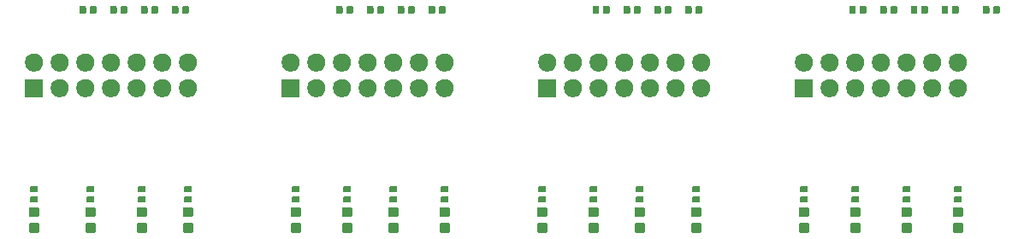
<source format=gbr>
G04 #@! TF.GenerationSoftware,KiCad,Pcbnew,(5.1.5)-3*
G04 #@! TF.CreationDate,2021-09-14T22:43:20-07:00*
G04 #@! TF.ProjectId,_autosave-Adapter,5f617574-6f73-4617-9665-2d4164617074,rev?*
G04 #@! TF.SameCoordinates,Original*
G04 #@! TF.FileFunction,Soldermask,Top*
G04 #@! TF.FilePolarity,Negative*
%FSLAX46Y46*%
G04 Gerber Fmt 4.6, Leading zero omitted, Abs format (unit mm)*
G04 Created by KiCad (PCBNEW (5.1.5)-3) date 2021-09-14 22:43:20*
%MOMM*%
%LPD*%
G04 APERTURE LIST*
%ADD10C,0.100000*%
G04 APERTURE END LIST*
D10*
G36*
X153541591Y-87679085D02*
G01*
X153575569Y-87689393D01*
X153606890Y-87706134D01*
X153634339Y-87728661D01*
X153656866Y-87756110D01*
X153673607Y-87787431D01*
X153683915Y-87821409D01*
X153688000Y-87862890D01*
X153688000Y-88464110D01*
X153683915Y-88505591D01*
X153673607Y-88539569D01*
X153656866Y-88570890D01*
X153634339Y-88598339D01*
X153606890Y-88620866D01*
X153575569Y-88637607D01*
X153541591Y-88647915D01*
X153500110Y-88652000D01*
X152823890Y-88652000D01*
X152782409Y-88647915D01*
X152748431Y-88637607D01*
X152717110Y-88620866D01*
X152689661Y-88598339D01*
X152667134Y-88570890D01*
X152650393Y-88539569D01*
X152640085Y-88505591D01*
X152636000Y-88464110D01*
X152636000Y-87862890D01*
X152640085Y-87821409D01*
X152650393Y-87787431D01*
X152667134Y-87756110D01*
X152689661Y-87728661D01*
X152717110Y-87706134D01*
X152748431Y-87689393D01*
X152782409Y-87679085D01*
X152823890Y-87675000D01*
X153500110Y-87675000D01*
X153541591Y-87679085D01*
G37*
G36*
X143381591Y-87679085D02*
G01*
X143415569Y-87689393D01*
X143446890Y-87706134D01*
X143474339Y-87728661D01*
X143496866Y-87756110D01*
X143513607Y-87787431D01*
X143523915Y-87821409D01*
X143528000Y-87862890D01*
X143528000Y-88464110D01*
X143523915Y-88505591D01*
X143513607Y-88539569D01*
X143496866Y-88570890D01*
X143474339Y-88598339D01*
X143446890Y-88620866D01*
X143415569Y-88637607D01*
X143381591Y-88647915D01*
X143340110Y-88652000D01*
X142663890Y-88652000D01*
X142622409Y-88647915D01*
X142588431Y-88637607D01*
X142557110Y-88620866D01*
X142529661Y-88598339D01*
X142507134Y-88570890D01*
X142490393Y-88539569D01*
X142480085Y-88505591D01*
X142476000Y-88464110D01*
X142476000Y-87862890D01*
X142480085Y-87821409D01*
X142490393Y-87787431D01*
X142507134Y-87756110D01*
X142529661Y-87728661D01*
X142557110Y-87706134D01*
X142588431Y-87689393D01*
X142622409Y-87679085D01*
X142663890Y-87675000D01*
X143340110Y-87675000D01*
X143381591Y-87679085D01*
G37*
G36*
X127633591Y-87679085D02*
G01*
X127667569Y-87689393D01*
X127698890Y-87706134D01*
X127726339Y-87728661D01*
X127748866Y-87756110D01*
X127765607Y-87787431D01*
X127775915Y-87821409D01*
X127780000Y-87862890D01*
X127780000Y-88464110D01*
X127775915Y-88505591D01*
X127765607Y-88539569D01*
X127748866Y-88570890D01*
X127726339Y-88598339D01*
X127698890Y-88620866D01*
X127667569Y-88637607D01*
X127633591Y-88647915D01*
X127592110Y-88652000D01*
X126915890Y-88652000D01*
X126874409Y-88647915D01*
X126840431Y-88637607D01*
X126809110Y-88620866D01*
X126781661Y-88598339D01*
X126759134Y-88570890D01*
X126742393Y-88539569D01*
X126732085Y-88505591D01*
X126728000Y-88464110D01*
X126728000Y-87862890D01*
X126732085Y-87821409D01*
X126742393Y-87787431D01*
X126759134Y-87756110D01*
X126781661Y-87728661D01*
X126809110Y-87706134D01*
X126840431Y-87689393D01*
X126874409Y-87679085D01*
X126915890Y-87675000D01*
X127592110Y-87675000D01*
X127633591Y-87679085D01*
G37*
G36*
X102741591Y-87679085D02*
G01*
X102775569Y-87689393D01*
X102806890Y-87706134D01*
X102834339Y-87728661D01*
X102856866Y-87756110D01*
X102873607Y-87787431D01*
X102883915Y-87821409D01*
X102888000Y-87862890D01*
X102888000Y-88464110D01*
X102883915Y-88505591D01*
X102873607Y-88539569D01*
X102856866Y-88570890D01*
X102834339Y-88598339D01*
X102806890Y-88620866D01*
X102775569Y-88637607D01*
X102741591Y-88647915D01*
X102700110Y-88652000D01*
X102023890Y-88652000D01*
X101982409Y-88647915D01*
X101948431Y-88637607D01*
X101917110Y-88620866D01*
X101889661Y-88598339D01*
X101867134Y-88570890D01*
X101850393Y-88539569D01*
X101840085Y-88505591D01*
X101836000Y-88464110D01*
X101836000Y-87862890D01*
X101840085Y-87821409D01*
X101850393Y-87787431D01*
X101867134Y-87756110D01*
X101889661Y-87728661D01*
X101917110Y-87706134D01*
X101948431Y-87689393D01*
X101982409Y-87679085D01*
X102023890Y-87675000D01*
X102700110Y-87675000D01*
X102741591Y-87679085D01*
G37*
G36*
X77341591Y-87679085D02*
G01*
X77375569Y-87689393D01*
X77406890Y-87706134D01*
X77434339Y-87728661D01*
X77456866Y-87756110D01*
X77473607Y-87787431D01*
X77483915Y-87821409D01*
X77488000Y-87862890D01*
X77488000Y-88464110D01*
X77483915Y-88505591D01*
X77473607Y-88539569D01*
X77456866Y-88570890D01*
X77434339Y-88598339D01*
X77406890Y-88620866D01*
X77375569Y-88637607D01*
X77341591Y-88647915D01*
X77300110Y-88652000D01*
X76623890Y-88652000D01*
X76582409Y-88647915D01*
X76548431Y-88637607D01*
X76517110Y-88620866D01*
X76489661Y-88598339D01*
X76467134Y-88570890D01*
X76450393Y-88539569D01*
X76440085Y-88505591D01*
X76436000Y-88464110D01*
X76436000Y-87862890D01*
X76440085Y-87821409D01*
X76450393Y-87787431D01*
X76467134Y-87756110D01*
X76489661Y-87728661D01*
X76517110Y-87706134D01*
X76548431Y-87689393D01*
X76582409Y-87679085D01*
X76623890Y-87675000D01*
X77300110Y-87675000D01*
X77341591Y-87679085D01*
G37*
G36*
X122045591Y-87679085D02*
G01*
X122079569Y-87689393D01*
X122110890Y-87706134D01*
X122138339Y-87728661D01*
X122160866Y-87756110D01*
X122177607Y-87787431D01*
X122187915Y-87821409D01*
X122192000Y-87862890D01*
X122192000Y-88464110D01*
X122187915Y-88505591D01*
X122177607Y-88539569D01*
X122160866Y-88570890D01*
X122138339Y-88598339D01*
X122110890Y-88620866D01*
X122079569Y-88637607D01*
X122045591Y-88647915D01*
X122004110Y-88652000D01*
X121327890Y-88652000D01*
X121286409Y-88647915D01*
X121252431Y-88637607D01*
X121221110Y-88620866D01*
X121193661Y-88598339D01*
X121171134Y-88570890D01*
X121154393Y-88539569D01*
X121144085Y-88505591D01*
X121140000Y-88464110D01*
X121140000Y-87862890D01*
X121144085Y-87821409D01*
X121154393Y-87787431D01*
X121171134Y-87756110D01*
X121193661Y-87728661D01*
X121221110Y-87706134D01*
X121252431Y-87689393D01*
X121286409Y-87679085D01*
X121327890Y-87675000D01*
X122004110Y-87675000D01*
X122045591Y-87679085D01*
G37*
G36*
X97661591Y-87679085D02*
G01*
X97695569Y-87689393D01*
X97726890Y-87706134D01*
X97754339Y-87728661D01*
X97776866Y-87756110D01*
X97793607Y-87787431D01*
X97803915Y-87821409D01*
X97808000Y-87862890D01*
X97808000Y-88464110D01*
X97803915Y-88505591D01*
X97793607Y-88539569D01*
X97776866Y-88570890D01*
X97754339Y-88598339D01*
X97726890Y-88620866D01*
X97695569Y-88637607D01*
X97661591Y-88647915D01*
X97620110Y-88652000D01*
X96943890Y-88652000D01*
X96902409Y-88647915D01*
X96868431Y-88637607D01*
X96837110Y-88620866D01*
X96809661Y-88598339D01*
X96787134Y-88570890D01*
X96770393Y-88539569D01*
X96760085Y-88505591D01*
X96756000Y-88464110D01*
X96756000Y-87862890D01*
X96760085Y-87821409D01*
X96770393Y-87787431D01*
X96787134Y-87756110D01*
X96809661Y-87728661D01*
X96837110Y-87706134D01*
X96868431Y-87689393D01*
X96902409Y-87679085D01*
X96943890Y-87675000D01*
X97620110Y-87675000D01*
X97661591Y-87679085D01*
G37*
G36*
X72769591Y-87679085D02*
G01*
X72803569Y-87689393D01*
X72834890Y-87706134D01*
X72862339Y-87728661D01*
X72884866Y-87756110D01*
X72901607Y-87787431D01*
X72911915Y-87821409D01*
X72916000Y-87862890D01*
X72916000Y-88464110D01*
X72911915Y-88505591D01*
X72901607Y-88539569D01*
X72884866Y-88570890D01*
X72862339Y-88598339D01*
X72834890Y-88620866D01*
X72803569Y-88637607D01*
X72769591Y-88647915D01*
X72728110Y-88652000D01*
X72051890Y-88652000D01*
X72010409Y-88647915D01*
X71976431Y-88637607D01*
X71945110Y-88620866D01*
X71917661Y-88598339D01*
X71895134Y-88570890D01*
X71878393Y-88539569D01*
X71868085Y-88505591D01*
X71864000Y-88464110D01*
X71864000Y-87862890D01*
X71868085Y-87821409D01*
X71878393Y-87787431D01*
X71895134Y-87756110D01*
X71917661Y-87728661D01*
X71945110Y-87706134D01*
X71976431Y-87689393D01*
X72010409Y-87679085D01*
X72051890Y-87675000D01*
X72728110Y-87675000D01*
X72769591Y-87679085D01*
G37*
G36*
X148461591Y-87679085D02*
G01*
X148495569Y-87689393D01*
X148526890Y-87706134D01*
X148554339Y-87728661D01*
X148576866Y-87756110D01*
X148593607Y-87787431D01*
X148603915Y-87821409D01*
X148608000Y-87862890D01*
X148608000Y-88464110D01*
X148603915Y-88505591D01*
X148593607Y-88539569D01*
X148576866Y-88570890D01*
X148554339Y-88598339D01*
X148526890Y-88620866D01*
X148495569Y-88637607D01*
X148461591Y-88647915D01*
X148420110Y-88652000D01*
X147743890Y-88652000D01*
X147702409Y-88647915D01*
X147668431Y-88637607D01*
X147637110Y-88620866D01*
X147609661Y-88598339D01*
X147587134Y-88570890D01*
X147570393Y-88539569D01*
X147560085Y-88505591D01*
X147556000Y-88464110D01*
X147556000Y-87862890D01*
X147560085Y-87821409D01*
X147570393Y-87787431D01*
X147587134Y-87756110D01*
X147609661Y-87728661D01*
X147637110Y-87706134D01*
X147668431Y-87689393D01*
X147702409Y-87679085D01*
X147743890Y-87675000D01*
X148420110Y-87675000D01*
X148461591Y-87679085D01*
G37*
G36*
X93089591Y-87679085D02*
G01*
X93123569Y-87689393D01*
X93154890Y-87706134D01*
X93182339Y-87728661D01*
X93204866Y-87756110D01*
X93221607Y-87787431D01*
X93231915Y-87821409D01*
X93236000Y-87862890D01*
X93236000Y-88464110D01*
X93231915Y-88505591D01*
X93221607Y-88539569D01*
X93204866Y-88570890D01*
X93182339Y-88598339D01*
X93154890Y-88620866D01*
X93123569Y-88637607D01*
X93089591Y-88647915D01*
X93048110Y-88652000D01*
X92371890Y-88652000D01*
X92330409Y-88647915D01*
X92296431Y-88637607D01*
X92265110Y-88620866D01*
X92237661Y-88598339D01*
X92215134Y-88570890D01*
X92198393Y-88539569D01*
X92188085Y-88505591D01*
X92184000Y-88464110D01*
X92184000Y-87862890D01*
X92188085Y-87821409D01*
X92198393Y-87787431D01*
X92215134Y-87756110D01*
X92237661Y-87728661D01*
X92265110Y-87706134D01*
X92296431Y-87689393D01*
X92330409Y-87679085D01*
X92371890Y-87675000D01*
X93048110Y-87675000D01*
X93089591Y-87679085D01*
G37*
G36*
X67689591Y-87679085D02*
G01*
X67723569Y-87689393D01*
X67754890Y-87706134D01*
X67782339Y-87728661D01*
X67804866Y-87756110D01*
X67821607Y-87787431D01*
X67831915Y-87821409D01*
X67836000Y-87862890D01*
X67836000Y-88464110D01*
X67831915Y-88505591D01*
X67821607Y-88539569D01*
X67804866Y-88570890D01*
X67782339Y-88598339D01*
X67754890Y-88620866D01*
X67723569Y-88637607D01*
X67689591Y-88647915D01*
X67648110Y-88652000D01*
X66971890Y-88652000D01*
X66930409Y-88647915D01*
X66896431Y-88637607D01*
X66865110Y-88620866D01*
X66837661Y-88598339D01*
X66815134Y-88570890D01*
X66798393Y-88539569D01*
X66788085Y-88505591D01*
X66784000Y-88464110D01*
X66784000Y-87862890D01*
X66788085Y-87821409D01*
X66798393Y-87787431D01*
X66815134Y-87756110D01*
X66837661Y-87728661D01*
X66865110Y-87706134D01*
X66896431Y-87689393D01*
X66930409Y-87679085D01*
X66971890Y-87675000D01*
X67648110Y-87675000D01*
X67689591Y-87679085D01*
G37*
G36*
X138301591Y-87679085D02*
G01*
X138335569Y-87689393D01*
X138366890Y-87706134D01*
X138394339Y-87728661D01*
X138416866Y-87756110D01*
X138433607Y-87787431D01*
X138443915Y-87821409D01*
X138448000Y-87862890D01*
X138448000Y-88464110D01*
X138443915Y-88505591D01*
X138433607Y-88539569D01*
X138416866Y-88570890D01*
X138394339Y-88598339D01*
X138366890Y-88620866D01*
X138335569Y-88637607D01*
X138301591Y-88647915D01*
X138260110Y-88652000D01*
X137583890Y-88652000D01*
X137542409Y-88647915D01*
X137508431Y-88637607D01*
X137477110Y-88620866D01*
X137449661Y-88598339D01*
X137427134Y-88570890D01*
X137410393Y-88539569D01*
X137400085Y-88505591D01*
X137396000Y-88464110D01*
X137396000Y-87862890D01*
X137400085Y-87821409D01*
X137410393Y-87787431D01*
X137427134Y-87756110D01*
X137449661Y-87728661D01*
X137477110Y-87706134D01*
X137508431Y-87689393D01*
X137542409Y-87679085D01*
X137583890Y-87675000D01*
X138260110Y-87675000D01*
X138301591Y-87679085D01*
G37*
G36*
X112393591Y-87679085D02*
G01*
X112427569Y-87689393D01*
X112458890Y-87706134D01*
X112486339Y-87728661D01*
X112508866Y-87756110D01*
X112525607Y-87787431D01*
X112535915Y-87821409D01*
X112540000Y-87862890D01*
X112540000Y-88464110D01*
X112535915Y-88505591D01*
X112525607Y-88539569D01*
X112508866Y-88570890D01*
X112486339Y-88598339D01*
X112458890Y-88620866D01*
X112427569Y-88637607D01*
X112393591Y-88647915D01*
X112352110Y-88652000D01*
X111675890Y-88652000D01*
X111634409Y-88647915D01*
X111600431Y-88637607D01*
X111569110Y-88620866D01*
X111541661Y-88598339D01*
X111519134Y-88570890D01*
X111502393Y-88539569D01*
X111492085Y-88505591D01*
X111488000Y-88464110D01*
X111488000Y-87862890D01*
X111492085Y-87821409D01*
X111502393Y-87787431D01*
X111519134Y-87756110D01*
X111541661Y-87728661D01*
X111569110Y-87706134D01*
X111600431Y-87689393D01*
X111634409Y-87679085D01*
X111675890Y-87675000D01*
X112352110Y-87675000D01*
X112393591Y-87679085D01*
G37*
G36*
X88009591Y-87679085D02*
G01*
X88043569Y-87689393D01*
X88074890Y-87706134D01*
X88102339Y-87728661D01*
X88124866Y-87756110D01*
X88141607Y-87787431D01*
X88151915Y-87821409D01*
X88156000Y-87862890D01*
X88156000Y-88464110D01*
X88151915Y-88505591D01*
X88141607Y-88539569D01*
X88124866Y-88570890D01*
X88102339Y-88598339D01*
X88074890Y-88620866D01*
X88043569Y-88637607D01*
X88009591Y-88647915D01*
X87968110Y-88652000D01*
X87291890Y-88652000D01*
X87250409Y-88647915D01*
X87216431Y-88637607D01*
X87185110Y-88620866D01*
X87157661Y-88598339D01*
X87135134Y-88570890D01*
X87118393Y-88539569D01*
X87108085Y-88505591D01*
X87104000Y-88464110D01*
X87104000Y-87862890D01*
X87108085Y-87821409D01*
X87118393Y-87787431D01*
X87135134Y-87756110D01*
X87157661Y-87728661D01*
X87185110Y-87706134D01*
X87216431Y-87689393D01*
X87250409Y-87679085D01*
X87291890Y-87675000D01*
X87968110Y-87675000D01*
X88009591Y-87679085D01*
G37*
G36*
X62101591Y-87679085D02*
G01*
X62135569Y-87689393D01*
X62166890Y-87706134D01*
X62194339Y-87728661D01*
X62216866Y-87756110D01*
X62233607Y-87787431D01*
X62243915Y-87821409D01*
X62248000Y-87862890D01*
X62248000Y-88464110D01*
X62243915Y-88505591D01*
X62233607Y-88539569D01*
X62216866Y-88570890D01*
X62194339Y-88598339D01*
X62166890Y-88620866D01*
X62135569Y-88637607D01*
X62101591Y-88647915D01*
X62060110Y-88652000D01*
X61383890Y-88652000D01*
X61342409Y-88647915D01*
X61308431Y-88637607D01*
X61277110Y-88620866D01*
X61249661Y-88598339D01*
X61227134Y-88570890D01*
X61210393Y-88539569D01*
X61200085Y-88505591D01*
X61196000Y-88464110D01*
X61196000Y-87862890D01*
X61200085Y-87821409D01*
X61210393Y-87787431D01*
X61227134Y-87756110D01*
X61249661Y-87728661D01*
X61277110Y-87706134D01*
X61308431Y-87689393D01*
X61342409Y-87679085D01*
X61383890Y-87675000D01*
X62060110Y-87675000D01*
X62101591Y-87679085D01*
G37*
G36*
X117473591Y-87679085D02*
G01*
X117507569Y-87689393D01*
X117538890Y-87706134D01*
X117566339Y-87728661D01*
X117588866Y-87756110D01*
X117605607Y-87787431D01*
X117615915Y-87821409D01*
X117620000Y-87862890D01*
X117620000Y-88464110D01*
X117615915Y-88505591D01*
X117605607Y-88539569D01*
X117588866Y-88570890D01*
X117566339Y-88598339D01*
X117538890Y-88620866D01*
X117507569Y-88637607D01*
X117473591Y-88647915D01*
X117432110Y-88652000D01*
X116755890Y-88652000D01*
X116714409Y-88647915D01*
X116680431Y-88637607D01*
X116649110Y-88620866D01*
X116621661Y-88598339D01*
X116599134Y-88570890D01*
X116582393Y-88539569D01*
X116572085Y-88505591D01*
X116568000Y-88464110D01*
X116568000Y-87862890D01*
X116572085Y-87821409D01*
X116582393Y-87787431D01*
X116599134Y-87756110D01*
X116621661Y-87728661D01*
X116649110Y-87706134D01*
X116680431Y-87689393D01*
X116714409Y-87679085D01*
X116755890Y-87675000D01*
X117432110Y-87675000D01*
X117473591Y-87679085D01*
G37*
G36*
X143381591Y-86104085D02*
G01*
X143415569Y-86114393D01*
X143446890Y-86131134D01*
X143474339Y-86153661D01*
X143496866Y-86181110D01*
X143513607Y-86212431D01*
X143523915Y-86246409D01*
X143528000Y-86287890D01*
X143528000Y-86889110D01*
X143523915Y-86930591D01*
X143513607Y-86964569D01*
X143496866Y-86995890D01*
X143474339Y-87023339D01*
X143446890Y-87045866D01*
X143415569Y-87062607D01*
X143381591Y-87072915D01*
X143340110Y-87077000D01*
X142663890Y-87077000D01*
X142622409Y-87072915D01*
X142588431Y-87062607D01*
X142557110Y-87045866D01*
X142529661Y-87023339D01*
X142507134Y-86995890D01*
X142490393Y-86964569D01*
X142480085Y-86930591D01*
X142476000Y-86889110D01*
X142476000Y-86287890D01*
X142480085Y-86246409D01*
X142490393Y-86212431D01*
X142507134Y-86181110D01*
X142529661Y-86153661D01*
X142557110Y-86131134D01*
X142588431Y-86114393D01*
X142622409Y-86104085D01*
X142663890Y-86100000D01*
X143340110Y-86100000D01*
X143381591Y-86104085D01*
G37*
G36*
X127633591Y-86104085D02*
G01*
X127667569Y-86114393D01*
X127698890Y-86131134D01*
X127726339Y-86153661D01*
X127748866Y-86181110D01*
X127765607Y-86212431D01*
X127775915Y-86246409D01*
X127780000Y-86287890D01*
X127780000Y-86889110D01*
X127775915Y-86930591D01*
X127765607Y-86964569D01*
X127748866Y-86995890D01*
X127726339Y-87023339D01*
X127698890Y-87045866D01*
X127667569Y-87062607D01*
X127633591Y-87072915D01*
X127592110Y-87077000D01*
X126915890Y-87077000D01*
X126874409Y-87072915D01*
X126840431Y-87062607D01*
X126809110Y-87045866D01*
X126781661Y-87023339D01*
X126759134Y-86995890D01*
X126742393Y-86964569D01*
X126732085Y-86930591D01*
X126728000Y-86889110D01*
X126728000Y-86287890D01*
X126732085Y-86246409D01*
X126742393Y-86212431D01*
X126759134Y-86181110D01*
X126781661Y-86153661D01*
X126809110Y-86131134D01*
X126840431Y-86114393D01*
X126874409Y-86104085D01*
X126915890Y-86100000D01*
X127592110Y-86100000D01*
X127633591Y-86104085D01*
G37*
G36*
X102741591Y-86104085D02*
G01*
X102775569Y-86114393D01*
X102806890Y-86131134D01*
X102834339Y-86153661D01*
X102856866Y-86181110D01*
X102873607Y-86212431D01*
X102883915Y-86246409D01*
X102888000Y-86287890D01*
X102888000Y-86889110D01*
X102883915Y-86930591D01*
X102873607Y-86964569D01*
X102856866Y-86995890D01*
X102834339Y-87023339D01*
X102806890Y-87045866D01*
X102775569Y-87062607D01*
X102741591Y-87072915D01*
X102700110Y-87077000D01*
X102023890Y-87077000D01*
X101982409Y-87072915D01*
X101948431Y-87062607D01*
X101917110Y-87045866D01*
X101889661Y-87023339D01*
X101867134Y-86995890D01*
X101850393Y-86964569D01*
X101840085Y-86930591D01*
X101836000Y-86889110D01*
X101836000Y-86287890D01*
X101840085Y-86246409D01*
X101850393Y-86212431D01*
X101867134Y-86181110D01*
X101889661Y-86153661D01*
X101917110Y-86131134D01*
X101948431Y-86114393D01*
X101982409Y-86104085D01*
X102023890Y-86100000D01*
X102700110Y-86100000D01*
X102741591Y-86104085D01*
G37*
G36*
X77341591Y-86104085D02*
G01*
X77375569Y-86114393D01*
X77406890Y-86131134D01*
X77434339Y-86153661D01*
X77456866Y-86181110D01*
X77473607Y-86212431D01*
X77483915Y-86246409D01*
X77488000Y-86287890D01*
X77488000Y-86889110D01*
X77483915Y-86930591D01*
X77473607Y-86964569D01*
X77456866Y-86995890D01*
X77434339Y-87023339D01*
X77406890Y-87045866D01*
X77375569Y-87062607D01*
X77341591Y-87072915D01*
X77300110Y-87077000D01*
X76623890Y-87077000D01*
X76582409Y-87072915D01*
X76548431Y-87062607D01*
X76517110Y-87045866D01*
X76489661Y-87023339D01*
X76467134Y-86995890D01*
X76450393Y-86964569D01*
X76440085Y-86930591D01*
X76436000Y-86889110D01*
X76436000Y-86287890D01*
X76440085Y-86246409D01*
X76450393Y-86212431D01*
X76467134Y-86181110D01*
X76489661Y-86153661D01*
X76517110Y-86131134D01*
X76548431Y-86114393D01*
X76582409Y-86104085D01*
X76623890Y-86100000D01*
X77300110Y-86100000D01*
X77341591Y-86104085D01*
G37*
G36*
X148461591Y-86104085D02*
G01*
X148495569Y-86114393D01*
X148526890Y-86131134D01*
X148554339Y-86153661D01*
X148576866Y-86181110D01*
X148593607Y-86212431D01*
X148603915Y-86246409D01*
X148608000Y-86287890D01*
X148608000Y-86889110D01*
X148603915Y-86930591D01*
X148593607Y-86964569D01*
X148576866Y-86995890D01*
X148554339Y-87023339D01*
X148526890Y-87045866D01*
X148495569Y-87062607D01*
X148461591Y-87072915D01*
X148420110Y-87077000D01*
X147743890Y-87077000D01*
X147702409Y-87072915D01*
X147668431Y-87062607D01*
X147637110Y-87045866D01*
X147609661Y-87023339D01*
X147587134Y-86995890D01*
X147570393Y-86964569D01*
X147560085Y-86930591D01*
X147556000Y-86889110D01*
X147556000Y-86287890D01*
X147560085Y-86246409D01*
X147570393Y-86212431D01*
X147587134Y-86181110D01*
X147609661Y-86153661D01*
X147637110Y-86131134D01*
X147668431Y-86114393D01*
X147702409Y-86104085D01*
X147743890Y-86100000D01*
X148420110Y-86100000D01*
X148461591Y-86104085D01*
G37*
G36*
X122045591Y-86104085D02*
G01*
X122079569Y-86114393D01*
X122110890Y-86131134D01*
X122138339Y-86153661D01*
X122160866Y-86181110D01*
X122177607Y-86212431D01*
X122187915Y-86246409D01*
X122192000Y-86287890D01*
X122192000Y-86889110D01*
X122187915Y-86930591D01*
X122177607Y-86964569D01*
X122160866Y-86995890D01*
X122138339Y-87023339D01*
X122110890Y-87045866D01*
X122079569Y-87062607D01*
X122045591Y-87072915D01*
X122004110Y-87077000D01*
X121327890Y-87077000D01*
X121286409Y-87072915D01*
X121252431Y-87062607D01*
X121221110Y-87045866D01*
X121193661Y-87023339D01*
X121171134Y-86995890D01*
X121154393Y-86964569D01*
X121144085Y-86930591D01*
X121140000Y-86889110D01*
X121140000Y-86287890D01*
X121144085Y-86246409D01*
X121154393Y-86212431D01*
X121171134Y-86181110D01*
X121193661Y-86153661D01*
X121221110Y-86131134D01*
X121252431Y-86114393D01*
X121286409Y-86104085D01*
X121327890Y-86100000D01*
X122004110Y-86100000D01*
X122045591Y-86104085D01*
G37*
G36*
X97661591Y-86104085D02*
G01*
X97695569Y-86114393D01*
X97726890Y-86131134D01*
X97754339Y-86153661D01*
X97776866Y-86181110D01*
X97793607Y-86212431D01*
X97803915Y-86246409D01*
X97808000Y-86287890D01*
X97808000Y-86889110D01*
X97803915Y-86930591D01*
X97793607Y-86964569D01*
X97776866Y-86995890D01*
X97754339Y-87023339D01*
X97726890Y-87045866D01*
X97695569Y-87062607D01*
X97661591Y-87072915D01*
X97620110Y-87077000D01*
X96943890Y-87077000D01*
X96902409Y-87072915D01*
X96868431Y-87062607D01*
X96837110Y-87045866D01*
X96809661Y-87023339D01*
X96787134Y-86995890D01*
X96770393Y-86964569D01*
X96760085Y-86930591D01*
X96756000Y-86889110D01*
X96756000Y-86287890D01*
X96760085Y-86246409D01*
X96770393Y-86212431D01*
X96787134Y-86181110D01*
X96809661Y-86153661D01*
X96837110Y-86131134D01*
X96868431Y-86114393D01*
X96902409Y-86104085D01*
X96943890Y-86100000D01*
X97620110Y-86100000D01*
X97661591Y-86104085D01*
G37*
G36*
X153541591Y-86104085D02*
G01*
X153575569Y-86114393D01*
X153606890Y-86131134D01*
X153634339Y-86153661D01*
X153656866Y-86181110D01*
X153673607Y-86212431D01*
X153683915Y-86246409D01*
X153688000Y-86287890D01*
X153688000Y-86889110D01*
X153683915Y-86930591D01*
X153673607Y-86964569D01*
X153656866Y-86995890D01*
X153634339Y-87023339D01*
X153606890Y-87045866D01*
X153575569Y-87062607D01*
X153541591Y-87072915D01*
X153500110Y-87077000D01*
X152823890Y-87077000D01*
X152782409Y-87072915D01*
X152748431Y-87062607D01*
X152717110Y-87045866D01*
X152689661Y-87023339D01*
X152667134Y-86995890D01*
X152650393Y-86964569D01*
X152640085Y-86930591D01*
X152636000Y-86889110D01*
X152636000Y-86287890D01*
X152640085Y-86246409D01*
X152650393Y-86212431D01*
X152667134Y-86181110D01*
X152689661Y-86153661D01*
X152717110Y-86131134D01*
X152748431Y-86114393D01*
X152782409Y-86104085D01*
X152823890Y-86100000D01*
X153500110Y-86100000D01*
X153541591Y-86104085D01*
G37*
G36*
X117473591Y-86104085D02*
G01*
X117507569Y-86114393D01*
X117538890Y-86131134D01*
X117566339Y-86153661D01*
X117588866Y-86181110D01*
X117605607Y-86212431D01*
X117615915Y-86246409D01*
X117620000Y-86287890D01*
X117620000Y-86889110D01*
X117615915Y-86930591D01*
X117605607Y-86964569D01*
X117588866Y-86995890D01*
X117566339Y-87023339D01*
X117538890Y-87045866D01*
X117507569Y-87062607D01*
X117473591Y-87072915D01*
X117432110Y-87077000D01*
X116755890Y-87077000D01*
X116714409Y-87072915D01*
X116680431Y-87062607D01*
X116649110Y-87045866D01*
X116621661Y-87023339D01*
X116599134Y-86995890D01*
X116582393Y-86964569D01*
X116572085Y-86930591D01*
X116568000Y-86889110D01*
X116568000Y-86287890D01*
X116572085Y-86246409D01*
X116582393Y-86212431D01*
X116599134Y-86181110D01*
X116621661Y-86153661D01*
X116649110Y-86131134D01*
X116680431Y-86114393D01*
X116714409Y-86104085D01*
X116755890Y-86100000D01*
X117432110Y-86100000D01*
X117473591Y-86104085D01*
G37*
G36*
X93089591Y-86104085D02*
G01*
X93123569Y-86114393D01*
X93154890Y-86131134D01*
X93182339Y-86153661D01*
X93204866Y-86181110D01*
X93221607Y-86212431D01*
X93231915Y-86246409D01*
X93236000Y-86287890D01*
X93236000Y-86889110D01*
X93231915Y-86930591D01*
X93221607Y-86964569D01*
X93204866Y-86995890D01*
X93182339Y-87023339D01*
X93154890Y-87045866D01*
X93123569Y-87062607D01*
X93089591Y-87072915D01*
X93048110Y-87077000D01*
X92371890Y-87077000D01*
X92330409Y-87072915D01*
X92296431Y-87062607D01*
X92265110Y-87045866D01*
X92237661Y-87023339D01*
X92215134Y-86995890D01*
X92198393Y-86964569D01*
X92188085Y-86930591D01*
X92184000Y-86889110D01*
X92184000Y-86287890D01*
X92188085Y-86246409D01*
X92198393Y-86212431D01*
X92215134Y-86181110D01*
X92237661Y-86153661D01*
X92265110Y-86131134D01*
X92296431Y-86114393D01*
X92330409Y-86104085D01*
X92371890Y-86100000D01*
X93048110Y-86100000D01*
X93089591Y-86104085D01*
G37*
G36*
X62101591Y-86104085D02*
G01*
X62135569Y-86114393D01*
X62166890Y-86131134D01*
X62194339Y-86153661D01*
X62216866Y-86181110D01*
X62233607Y-86212431D01*
X62243915Y-86246409D01*
X62248000Y-86287890D01*
X62248000Y-86889110D01*
X62243915Y-86930591D01*
X62233607Y-86964569D01*
X62216866Y-86995890D01*
X62194339Y-87023339D01*
X62166890Y-87045866D01*
X62135569Y-87062607D01*
X62101591Y-87072915D01*
X62060110Y-87077000D01*
X61383890Y-87077000D01*
X61342409Y-87072915D01*
X61308431Y-87062607D01*
X61277110Y-87045866D01*
X61249661Y-87023339D01*
X61227134Y-86995890D01*
X61210393Y-86964569D01*
X61200085Y-86930591D01*
X61196000Y-86889110D01*
X61196000Y-86287890D01*
X61200085Y-86246409D01*
X61210393Y-86212431D01*
X61227134Y-86181110D01*
X61249661Y-86153661D01*
X61277110Y-86131134D01*
X61308431Y-86114393D01*
X61342409Y-86104085D01*
X61383890Y-86100000D01*
X62060110Y-86100000D01*
X62101591Y-86104085D01*
G37*
G36*
X88009591Y-86104085D02*
G01*
X88043569Y-86114393D01*
X88074890Y-86131134D01*
X88102339Y-86153661D01*
X88124866Y-86181110D01*
X88141607Y-86212431D01*
X88151915Y-86246409D01*
X88156000Y-86287890D01*
X88156000Y-86889110D01*
X88151915Y-86930591D01*
X88141607Y-86964569D01*
X88124866Y-86995890D01*
X88102339Y-87023339D01*
X88074890Y-87045866D01*
X88043569Y-87062607D01*
X88009591Y-87072915D01*
X87968110Y-87077000D01*
X87291890Y-87077000D01*
X87250409Y-87072915D01*
X87216431Y-87062607D01*
X87185110Y-87045866D01*
X87157661Y-87023339D01*
X87135134Y-86995890D01*
X87118393Y-86964569D01*
X87108085Y-86930591D01*
X87104000Y-86889110D01*
X87104000Y-86287890D01*
X87108085Y-86246409D01*
X87118393Y-86212431D01*
X87135134Y-86181110D01*
X87157661Y-86153661D01*
X87185110Y-86131134D01*
X87216431Y-86114393D01*
X87250409Y-86104085D01*
X87291890Y-86100000D01*
X87968110Y-86100000D01*
X88009591Y-86104085D01*
G37*
G36*
X112393591Y-86104085D02*
G01*
X112427569Y-86114393D01*
X112458890Y-86131134D01*
X112486339Y-86153661D01*
X112508866Y-86181110D01*
X112525607Y-86212431D01*
X112535915Y-86246409D01*
X112540000Y-86287890D01*
X112540000Y-86889110D01*
X112535915Y-86930591D01*
X112525607Y-86964569D01*
X112508866Y-86995890D01*
X112486339Y-87023339D01*
X112458890Y-87045866D01*
X112427569Y-87062607D01*
X112393591Y-87072915D01*
X112352110Y-87077000D01*
X111675890Y-87077000D01*
X111634409Y-87072915D01*
X111600431Y-87062607D01*
X111569110Y-87045866D01*
X111541661Y-87023339D01*
X111519134Y-86995890D01*
X111502393Y-86964569D01*
X111492085Y-86930591D01*
X111488000Y-86889110D01*
X111488000Y-86287890D01*
X111492085Y-86246409D01*
X111502393Y-86212431D01*
X111519134Y-86181110D01*
X111541661Y-86153661D01*
X111569110Y-86131134D01*
X111600431Y-86114393D01*
X111634409Y-86104085D01*
X111675890Y-86100000D01*
X112352110Y-86100000D01*
X112393591Y-86104085D01*
G37*
G36*
X72769591Y-86104085D02*
G01*
X72803569Y-86114393D01*
X72834890Y-86131134D01*
X72862339Y-86153661D01*
X72884866Y-86181110D01*
X72901607Y-86212431D01*
X72911915Y-86246409D01*
X72916000Y-86287890D01*
X72916000Y-86889110D01*
X72911915Y-86930591D01*
X72901607Y-86964569D01*
X72884866Y-86995890D01*
X72862339Y-87023339D01*
X72834890Y-87045866D01*
X72803569Y-87062607D01*
X72769591Y-87072915D01*
X72728110Y-87077000D01*
X72051890Y-87077000D01*
X72010409Y-87072915D01*
X71976431Y-87062607D01*
X71945110Y-87045866D01*
X71917661Y-87023339D01*
X71895134Y-86995890D01*
X71878393Y-86964569D01*
X71868085Y-86930591D01*
X71864000Y-86889110D01*
X71864000Y-86287890D01*
X71868085Y-86246409D01*
X71878393Y-86212431D01*
X71895134Y-86181110D01*
X71917661Y-86153661D01*
X71945110Y-86131134D01*
X71976431Y-86114393D01*
X72010409Y-86104085D01*
X72051890Y-86100000D01*
X72728110Y-86100000D01*
X72769591Y-86104085D01*
G37*
G36*
X67689591Y-86104085D02*
G01*
X67723569Y-86114393D01*
X67754890Y-86131134D01*
X67782339Y-86153661D01*
X67804866Y-86181110D01*
X67821607Y-86212431D01*
X67831915Y-86246409D01*
X67836000Y-86287890D01*
X67836000Y-86889110D01*
X67831915Y-86930591D01*
X67821607Y-86964569D01*
X67804866Y-86995890D01*
X67782339Y-87023339D01*
X67754890Y-87045866D01*
X67723569Y-87062607D01*
X67689591Y-87072915D01*
X67648110Y-87077000D01*
X66971890Y-87077000D01*
X66930409Y-87072915D01*
X66896431Y-87062607D01*
X66865110Y-87045866D01*
X66837661Y-87023339D01*
X66815134Y-86995890D01*
X66798393Y-86964569D01*
X66788085Y-86930591D01*
X66784000Y-86889110D01*
X66784000Y-86287890D01*
X66788085Y-86246409D01*
X66798393Y-86212431D01*
X66815134Y-86181110D01*
X66837661Y-86153661D01*
X66865110Y-86131134D01*
X66896431Y-86114393D01*
X66930409Y-86104085D01*
X66971890Y-86100000D01*
X67648110Y-86100000D01*
X67689591Y-86104085D01*
G37*
G36*
X138301591Y-86104085D02*
G01*
X138335569Y-86114393D01*
X138366890Y-86131134D01*
X138394339Y-86153661D01*
X138416866Y-86181110D01*
X138433607Y-86212431D01*
X138443915Y-86246409D01*
X138448000Y-86287890D01*
X138448000Y-86889110D01*
X138443915Y-86930591D01*
X138433607Y-86964569D01*
X138416866Y-86995890D01*
X138394339Y-87023339D01*
X138366890Y-87045866D01*
X138335569Y-87062607D01*
X138301591Y-87072915D01*
X138260110Y-87077000D01*
X137583890Y-87077000D01*
X137542409Y-87072915D01*
X137508431Y-87062607D01*
X137477110Y-87045866D01*
X137449661Y-87023339D01*
X137427134Y-86995890D01*
X137410393Y-86964569D01*
X137400085Y-86930591D01*
X137396000Y-86889110D01*
X137396000Y-86287890D01*
X137400085Y-86246409D01*
X137410393Y-86212431D01*
X137427134Y-86181110D01*
X137449661Y-86153661D01*
X137477110Y-86131134D01*
X137508431Y-86114393D01*
X137542409Y-86104085D01*
X137583890Y-86100000D01*
X138260110Y-86100000D01*
X138301591Y-86104085D01*
G37*
G36*
X127545997Y-85027476D02*
G01*
X127564274Y-85033020D01*
X127581108Y-85042018D01*
X127595868Y-85054132D01*
X127607982Y-85068892D01*
X127616980Y-85085726D01*
X127622524Y-85104003D01*
X127625000Y-85129140D01*
X127625000Y-85562860D01*
X127622524Y-85587997D01*
X127616980Y-85606274D01*
X127607982Y-85623108D01*
X127595868Y-85637868D01*
X127581108Y-85649982D01*
X127564274Y-85658980D01*
X127545997Y-85664524D01*
X127520860Y-85667000D01*
X126987140Y-85667000D01*
X126962003Y-85664524D01*
X126943726Y-85658980D01*
X126926892Y-85649982D01*
X126912132Y-85637868D01*
X126900018Y-85623108D01*
X126891020Y-85606274D01*
X126885476Y-85587997D01*
X126883000Y-85562860D01*
X126883000Y-85129140D01*
X126885476Y-85104003D01*
X126891020Y-85085726D01*
X126900018Y-85068892D01*
X126912132Y-85054132D01*
X126926892Y-85042018D01*
X126943726Y-85033020D01*
X126962003Y-85027476D01*
X126987140Y-85025000D01*
X127520860Y-85025000D01*
X127545997Y-85027476D01*
G37*
G36*
X121957997Y-85027476D02*
G01*
X121976274Y-85033020D01*
X121993108Y-85042018D01*
X122007868Y-85054132D01*
X122019982Y-85068892D01*
X122028980Y-85085726D01*
X122034524Y-85104003D01*
X122037000Y-85129140D01*
X122037000Y-85562860D01*
X122034524Y-85587997D01*
X122028980Y-85606274D01*
X122019982Y-85623108D01*
X122007868Y-85637868D01*
X121993108Y-85649982D01*
X121976274Y-85658980D01*
X121957997Y-85664524D01*
X121932860Y-85667000D01*
X121399140Y-85667000D01*
X121374003Y-85664524D01*
X121355726Y-85658980D01*
X121338892Y-85649982D01*
X121324132Y-85637868D01*
X121312018Y-85623108D01*
X121303020Y-85606274D01*
X121297476Y-85587997D01*
X121295000Y-85562860D01*
X121295000Y-85129140D01*
X121297476Y-85104003D01*
X121303020Y-85085726D01*
X121312018Y-85068892D01*
X121324132Y-85054132D01*
X121338892Y-85042018D01*
X121355726Y-85033020D01*
X121374003Y-85027476D01*
X121399140Y-85025000D01*
X121932860Y-85025000D01*
X121957997Y-85027476D01*
G37*
G36*
X102653997Y-85027476D02*
G01*
X102672274Y-85033020D01*
X102689108Y-85042018D01*
X102703868Y-85054132D01*
X102715982Y-85068892D01*
X102724980Y-85085726D01*
X102730524Y-85104003D01*
X102733000Y-85129140D01*
X102733000Y-85562860D01*
X102730524Y-85587997D01*
X102724980Y-85606274D01*
X102715982Y-85623108D01*
X102703868Y-85637868D01*
X102689108Y-85649982D01*
X102672274Y-85658980D01*
X102653997Y-85664524D01*
X102628860Y-85667000D01*
X102095140Y-85667000D01*
X102070003Y-85664524D01*
X102051726Y-85658980D01*
X102034892Y-85649982D01*
X102020132Y-85637868D01*
X102008018Y-85623108D01*
X101999020Y-85606274D01*
X101993476Y-85587997D01*
X101991000Y-85562860D01*
X101991000Y-85129140D01*
X101993476Y-85104003D01*
X101999020Y-85085726D01*
X102008018Y-85068892D01*
X102020132Y-85054132D01*
X102034892Y-85042018D01*
X102051726Y-85033020D01*
X102070003Y-85027476D01*
X102095140Y-85025000D01*
X102628860Y-85025000D01*
X102653997Y-85027476D01*
G37*
G36*
X148373997Y-85027476D02*
G01*
X148392274Y-85033020D01*
X148409108Y-85042018D01*
X148423868Y-85054132D01*
X148435982Y-85068892D01*
X148444980Y-85085726D01*
X148450524Y-85104003D01*
X148453000Y-85129140D01*
X148453000Y-85562860D01*
X148450524Y-85587997D01*
X148444980Y-85606274D01*
X148435982Y-85623108D01*
X148423868Y-85637868D01*
X148409108Y-85649982D01*
X148392274Y-85658980D01*
X148373997Y-85664524D01*
X148348860Y-85667000D01*
X147815140Y-85667000D01*
X147790003Y-85664524D01*
X147771726Y-85658980D01*
X147754892Y-85649982D01*
X147740132Y-85637868D01*
X147728018Y-85623108D01*
X147719020Y-85606274D01*
X147713476Y-85587997D01*
X147711000Y-85562860D01*
X147711000Y-85129140D01*
X147713476Y-85104003D01*
X147719020Y-85085726D01*
X147728018Y-85068892D01*
X147740132Y-85054132D01*
X147754892Y-85042018D01*
X147771726Y-85033020D01*
X147790003Y-85027476D01*
X147815140Y-85025000D01*
X148348860Y-85025000D01*
X148373997Y-85027476D01*
G37*
G36*
X153453997Y-85027476D02*
G01*
X153472274Y-85033020D01*
X153489108Y-85042018D01*
X153503868Y-85054132D01*
X153515982Y-85068892D01*
X153524980Y-85085726D01*
X153530524Y-85104003D01*
X153533000Y-85129140D01*
X153533000Y-85562860D01*
X153530524Y-85587997D01*
X153524980Y-85606274D01*
X153515982Y-85623108D01*
X153503868Y-85637868D01*
X153489108Y-85649982D01*
X153472274Y-85658980D01*
X153453997Y-85664524D01*
X153428860Y-85667000D01*
X152895140Y-85667000D01*
X152870003Y-85664524D01*
X152851726Y-85658980D01*
X152834892Y-85649982D01*
X152820132Y-85637868D01*
X152808018Y-85623108D01*
X152799020Y-85606274D01*
X152793476Y-85587997D01*
X152791000Y-85562860D01*
X152791000Y-85129140D01*
X152793476Y-85104003D01*
X152799020Y-85085726D01*
X152808018Y-85068892D01*
X152820132Y-85054132D01*
X152834892Y-85042018D01*
X152851726Y-85033020D01*
X152870003Y-85027476D01*
X152895140Y-85025000D01*
X153428860Y-85025000D01*
X153453997Y-85027476D01*
G37*
G36*
X62013997Y-85027476D02*
G01*
X62032274Y-85033020D01*
X62049108Y-85042018D01*
X62063868Y-85054132D01*
X62075982Y-85068892D01*
X62084980Y-85085726D01*
X62090524Y-85104003D01*
X62093000Y-85129140D01*
X62093000Y-85562860D01*
X62090524Y-85587997D01*
X62084980Y-85606274D01*
X62075982Y-85623108D01*
X62063868Y-85637868D01*
X62049108Y-85649982D01*
X62032274Y-85658980D01*
X62013997Y-85664524D01*
X61988860Y-85667000D01*
X61455140Y-85667000D01*
X61430003Y-85664524D01*
X61411726Y-85658980D01*
X61394892Y-85649982D01*
X61380132Y-85637868D01*
X61368018Y-85623108D01*
X61359020Y-85606274D01*
X61353476Y-85587997D01*
X61351000Y-85562860D01*
X61351000Y-85129140D01*
X61353476Y-85104003D01*
X61359020Y-85085726D01*
X61368018Y-85068892D01*
X61380132Y-85054132D01*
X61394892Y-85042018D01*
X61411726Y-85033020D01*
X61430003Y-85027476D01*
X61455140Y-85025000D01*
X61988860Y-85025000D01*
X62013997Y-85027476D01*
G37*
G36*
X112305997Y-85027476D02*
G01*
X112324274Y-85033020D01*
X112341108Y-85042018D01*
X112355868Y-85054132D01*
X112367982Y-85068892D01*
X112376980Y-85085726D01*
X112382524Y-85104003D01*
X112385000Y-85129140D01*
X112385000Y-85562860D01*
X112382524Y-85587997D01*
X112376980Y-85606274D01*
X112367982Y-85623108D01*
X112355868Y-85637868D01*
X112341108Y-85649982D01*
X112324274Y-85658980D01*
X112305997Y-85664524D01*
X112280860Y-85667000D01*
X111747140Y-85667000D01*
X111722003Y-85664524D01*
X111703726Y-85658980D01*
X111686892Y-85649982D01*
X111672132Y-85637868D01*
X111660018Y-85623108D01*
X111651020Y-85606274D01*
X111645476Y-85587997D01*
X111643000Y-85562860D01*
X111643000Y-85129140D01*
X111645476Y-85104003D01*
X111651020Y-85085726D01*
X111660018Y-85068892D01*
X111672132Y-85054132D01*
X111686892Y-85042018D01*
X111703726Y-85033020D01*
X111722003Y-85027476D01*
X111747140Y-85025000D01*
X112280860Y-85025000D01*
X112305997Y-85027476D01*
G37*
G36*
X72681997Y-85027476D02*
G01*
X72700274Y-85033020D01*
X72717108Y-85042018D01*
X72731868Y-85054132D01*
X72743982Y-85068892D01*
X72752980Y-85085726D01*
X72758524Y-85104003D01*
X72761000Y-85129140D01*
X72761000Y-85562860D01*
X72758524Y-85587997D01*
X72752980Y-85606274D01*
X72743982Y-85623108D01*
X72731868Y-85637868D01*
X72717108Y-85649982D01*
X72700274Y-85658980D01*
X72681997Y-85664524D01*
X72656860Y-85667000D01*
X72123140Y-85667000D01*
X72098003Y-85664524D01*
X72079726Y-85658980D01*
X72062892Y-85649982D01*
X72048132Y-85637868D01*
X72036018Y-85623108D01*
X72027020Y-85606274D01*
X72021476Y-85587997D01*
X72019000Y-85562860D01*
X72019000Y-85129140D01*
X72021476Y-85104003D01*
X72027020Y-85085726D01*
X72036018Y-85068892D01*
X72048132Y-85054132D01*
X72062892Y-85042018D01*
X72079726Y-85033020D01*
X72098003Y-85027476D01*
X72123140Y-85025000D01*
X72656860Y-85025000D01*
X72681997Y-85027476D01*
G37*
G36*
X67601997Y-85027476D02*
G01*
X67620274Y-85033020D01*
X67637108Y-85042018D01*
X67651868Y-85054132D01*
X67663982Y-85068892D01*
X67672980Y-85085726D01*
X67678524Y-85104003D01*
X67681000Y-85129140D01*
X67681000Y-85562860D01*
X67678524Y-85587997D01*
X67672980Y-85606274D01*
X67663982Y-85623108D01*
X67651868Y-85637868D01*
X67637108Y-85649982D01*
X67620274Y-85658980D01*
X67601997Y-85664524D01*
X67576860Y-85667000D01*
X67043140Y-85667000D01*
X67018003Y-85664524D01*
X66999726Y-85658980D01*
X66982892Y-85649982D01*
X66968132Y-85637868D01*
X66956018Y-85623108D01*
X66947020Y-85606274D01*
X66941476Y-85587997D01*
X66939000Y-85562860D01*
X66939000Y-85129140D01*
X66941476Y-85104003D01*
X66947020Y-85085726D01*
X66956018Y-85068892D01*
X66968132Y-85054132D01*
X66982892Y-85042018D01*
X66999726Y-85033020D01*
X67018003Y-85027476D01*
X67043140Y-85025000D01*
X67576860Y-85025000D01*
X67601997Y-85027476D01*
G37*
G36*
X87921997Y-85027476D02*
G01*
X87940274Y-85033020D01*
X87957108Y-85042018D01*
X87971868Y-85054132D01*
X87983982Y-85068892D01*
X87992980Y-85085726D01*
X87998524Y-85104003D01*
X88001000Y-85129140D01*
X88001000Y-85562860D01*
X87998524Y-85587997D01*
X87992980Y-85606274D01*
X87983982Y-85623108D01*
X87971868Y-85637868D01*
X87957108Y-85649982D01*
X87940274Y-85658980D01*
X87921997Y-85664524D01*
X87896860Y-85667000D01*
X87363140Y-85667000D01*
X87338003Y-85664524D01*
X87319726Y-85658980D01*
X87302892Y-85649982D01*
X87288132Y-85637868D01*
X87276018Y-85623108D01*
X87267020Y-85606274D01*
X87261476Y-85587997D01*
X87259000Y-85562860D01*
X87259000Y-85129140D01*
X87261476Y-85104003D01*
X87267020Y-85085726D01*
X87276018Y-85068892D01*
X87288132Y-85054132D01*
X87302892Y-85042018D01*
X87319726Y-85033020D01*
X87338003Y-85027476D01*
X87363140Y-85025000D01*
X87896860Y-85025000D01*
X87921997Y-85027476D01*
G37*
G36*
X117385997Y-85027476D02*
G01*
X117404274Y-85033020D01*
X117421108Y-85042018D01*
X117435868Y-85054132D01*
X117447982Y-85068892D01*
X117456980Y-85085726D01*
X117462524Y-85104003D01*
X117465000Y-85129140D01*
X117465000Y-85562860D01*
X117462524Y-85587997D01*
X117456980Y-85606274D01*
X117447982Y-85623108D01*
X117435868Y-85637868D01*
X117421108Y-85649982D01*
X117404274Y-85658980D01*
X117385997Y-85664524D01*
X117360860Y-85667000D01*
X116827140Y-85667000D01*
X116802003Y-85664524D01*
X116783726Y-85658980D01*
X116766892Y-85649982D01*
X116752132Y-85637868D01*
X116740018Y-85623108D01*
X116731020Y-85606274D01*
X116725476Y-85587997D01*
X116723000Y-85562860D01*
X116723000Y-85129140D01*
X116725476Y-85104003D01*
X116731020Y-85085726D01*
X116740018Y-85068892D01*
X116752132Y-85054132D01*
X116766892Y-85042018D01*
X116783726Y-85033020D01*
X116802003Y-85027476D01*
X116827140Y-85025000D01*
X117360860Y-85025000D01*
X117385997Y-85027476D01*
G37*
G36*
X93001997Y-85027476D02*
G01*
X93020274Y-85033020D01*
X93037108Y-85042018D01*
X93051868Y-85054132D01*
X93063982Y-85068892D01*
X93072980Y-85085726D01*
X93078524Y-85104003D01*
X93081000Y-85129140D01*
X93081000Y-85562860D01*
X93078524Y-85587997D01*
X93072980Y-85606274D01*
X93063982Y-85623108D01*
X93051868Y-85637868D01*
X93037108Y-85649982D01*
X93020274Y-85658980D01*
X93001997Y-85664524D01*
X92976860Y-85667000D01*
X92443140Y-85667000D01*
X92418003Y-85664524D01*
X92399726Y-85658980D01*
X92382892Y-85649982D01*
X92368132Y-85637868D01*
X92356018Y-85623108D01*
X92347020Y-85606274D01*
X92341476Y-85587997D01*
X92339000Y-85562860D01*
X92339000Y-85129140D01*
X92341476Y-85104003D01*
X92347020Y-85085726D01*
X92356018Y-85068892D01*
X92368132Y-85054132D01*
X92382892Y-85042018D01*
X92399726Y-85033020D01*
X92418003Y-85027476D01*
X92443140Y-85025000D01*
X92976860Y-85025000D01*
X93001997Y-85027476D01*
G37*
G36*
X143293997Y-85027476D02*
G01*
X143312274Y-85033020D01*
X143329108Y-85042018D01*
X143343868Y-85054132D01*
X143355982Y-85068892D01*
X143364980Y-85085726D01*
X143370524Y-85104003D01*
X143373000Y-85129140D01*
X143373000Y-85562860D01*
X143370524Y-85587997D01*
X143364980Y-85606274D01*
X143355982Y-85623108D01*
X143343868Y-85637868D01*
X143329108Y-85649982D01*
X143312274Y-85658980D01*
X143293997Y-85664524D01*
X143268860Y-85667000D01*
X142735140Y-85667000D01*
X142710003Y-85664524D01*
X142691726Y-85658980D01*
X142674892Y-85649982D01*
X142660132Y-85637868D01*
X142648018Y-85623108D01*
X142639020Y-85606274D01*
X142633476Y-85587997D01*
X142631000Y-85562860D01*
X142631000Y-85129140D01*
X142633476Y-85104003D01*
X142639020Y-85085726D01*
X142648018Y-85068892D01*
X142660132Y-85054132D01*
X142674892Y-85042018D01*
X142691726Y-85033020D01*
X142710003Y-85027476D01*
X142735140Y-85025000D01*
X143268860Y-85025000D01*
X143293997Y-85027476D01*
G37*
G36*
X97573997Y-85027476D02*
G01*
X97592274Y-85033020D01*
X97609108Y-85042018D01*
X97623868Y-85054132D01*
X97635982Y-85068892D01*
X97644980Y-85085726D01*
X97650524Y-85104003D01*
X97653000Y-85129140D01*
X97653000Y-85562860D01*
X97650524Y-85587997D01*
X97644980Y-85606274D01*
X97635982Y-85623108D01*
X97623868Y-85637868D01*
X97609108Y-85649982D01*
X97592274Y-85658980D01*
X97573997Y-85664524D01*
X97548860Y-85667000D01*
X97015140Y-85667000D01*
X96990003Y-85664524D01*
X96971726Y-85658980D01*
X96954892Y-85649982D01*
X96940132Y-85637868D01*
X96928018Y-85623108D01*
X96919020Y-85606274D01*
X96913476Y-85587997D01*
X96911000Y-85562860D01*
X96911000Y-85129140D01*
X96913476Y-85104003D01*
X96919020Y-85085726D01*
X96928018Y-85068892D01*
X96940132Y-85054132D01*
X96954892Y-85042018D01*
X96971726Y-85033020D01*
X96990003Y-85027476D01*
X97015140Y-85025000D01*
X97548860Y-85025000D01*
X97573997Y-85027476D01*
G37*
G36*
X138213997Y-85027476D02*
G01*
X138232274Y-85033020D01*
X138249108Y-85042018D01*
X138263868Y-85054132D01*
X138275982Y-85068892D01*
X138284980Y-85085726D01*
X138290524Y-85104003D01*
X138293000Y-85129140D01*
X138293000Y-85562860D01*
X138290524Y-85587997D01*
X138284980Y-85606274D01*
X138275982Y-85623108D01*
X138263868Y-85637868D01*
X138249108Y-85649982D01*
X138232274Y-85658980D01*
X138213997Y-85664524D01*
X138188860Y-85667000D01*
X137655140Y-85667000D01*
X137630003Y-85664524D01*
X137611726Y-85658980D01*
X137594892Y-85649982D01*
X137580132Y-85637868D01*
X137568018Y-85623108D01*
X137559020Y-85606274D01*
X137553476Y-85587997D01*
X137551000Y-85562860D01*
X137551000Y-85129140D01*
X137553476Y-85104003D01*
X137559020Y-85085726D01*
X137568018Y-85068892D01*
X137580132Y-85054132D01*
X137594892Y-85042018D01*
X137611726Y-85033020D01*
X137630003Y-85027476D01*
X137655140Y-85025000D01*
X138188860Y-85025000D01*
X138213997Y-85027476D01*
G37*
G36*
X77253997Y-85027476D02*
G01*
X77272274Y-85033020D01*
X77289108Y-85042018D01*
X77303868Y-85054132D01*
X77315982Y-85068892D01*
X77324980Y-85085726D01*
X77330524Y-85104003D01*
X77333000Y-85129140D01*
X77333000Y-85562860D01*
X77330524Y-85587997D01*
X77324980Y-85606274D01*
X77315982Y-85623108D01*
X77303868Y-85637868D01*
X77289108Y-85649982D01*
X77272274Y-85658980D01*
X77253997Y-85664524D01*
X77228860Y-85667000D01*
X76695140Y-85667000D01*
X76670003Y-85664524D01*
X76651726Y-85658980D01*
X76634892Y-85649982D01*
X76620132Y-85637868D01*
X76608018Y-85623108D01*
X76599020Y-85606274D01*
X76593476Y-85587997D01*
X76591000Y-85562860D01*
X76591000Y-85129140D01*
X76593476Y-85104003D01*
X76599020Y-85085726D01*
X76608018Y-85068892D01*
X76620132Y-85054132D01*
X76634892Y-85042018D01*
X76651726Y-85033020D01*
X76670003Y-85027476D01*
X76695140Y-85025000D01*
X77228860Y-85025000D01*
X77253997Y-85027476D01*
G37*
G36*
X97573997Y-84007476D02*
G01*
X97592274Y-84013020D01*
X97609108Y-84022018D01*
X97623868Y-84034132D01*
X97635982Y-84048892D01*
X97644980Y-84065726D01*
X97650524Y-84084003D01*
X97653000Y-84109140D01*
X97653000Y-84542860D01*
X97650524Y-84567997D01*
X97644980Y-84586274D01*
X97635982Y-84603108D01*
X97623868Y-84617868D01*
X97609108Y-84629982D01*
X97592274Y-84638980D01*
X97573997Y-84644524D01*
X97548860Y-84647000D01*
X97015140Y-84647000D01*
X96990003Y-84644524D01*
X96971726Y-84638980D01*
X96954892Y-84629982D01*
X96940132Y-84617868D01*
X96928018Y-84603108D01*
X96919020Y-84586274D01*
X96913476Y-84567997D01*
X96911000Y-84542860D01*
X96911000Y-84109140D01*
X96913476Y-84084003D01*
X96919020Y-84065726D01*
X96928018Y-84048892D01*
X96940132Y-84034132D01*
X96954892Y-84022018D01*
X96971726Y-84013020D01*
X96990003Y-84007476D01*
X97015140Y-84005000D01*
X97548860Y-84005000D01*
X97573997Y-84007476D01*
G37*
G36*
X62013997Y-84007476D02*
G01*
X62032274Y-84013020D01*
X62049108Y-84022018D01*
X62063868Y-84034132D01*
X62075982Y-84048892D01*
X62084980Y-84065726D01*
X62090524Y-84084003D01*
X62093000Y-84109140D01*
X62093000Y-84542860D01*
X62090524Y-84567997D01*
X62084980Y-84586274D01*
X62075982Y-84603108D01*
X62063868Y-84617868D01*
X62049108Y-84629982D01*
X62032274Y-84638980D01*
X62013997Y-84644524D01*
X61988860Y-84647000D01*
X61455140Y-84647000D01*
X61430003Y-84644524D01*
X61411726Y-84638980D01*
X61394892Y-84629982D01*
X61380132Y-84617868D01*
X61368018Y-84603108D01*
X61359020Y-84586274D01*
X61353476Y-84567997D01*
X61351000Y-84542860D01*
X61351000Y-84109140D01*
X61353476Y-84084003D01*
X61359020Y-84065726D01*
X61368018Y-84048892D01*
X61380132Y-84034132D01*
X61394892Y-84022018D01*
X61411726Y-84013020D01*
X61430003Y-84007476D01*
X61455140Y-84005000D01*
X61988860Y-84005000D01*
X62013997Y-84007476D01*
G37*
G36*
X67601997Y-84007476D02*
G01*
X67620274Y-84013020D01*
X67637108Y-84022018D01*
X67651868Y-84034132D01*
X67663982Y-84048892D01*
X67672980Y-84065726D01*
X67678524Y-84084003D01*
X67681000Y-84109140D01*
X67681000Y-84542860D01*
X67678524Y-84567997D01*
X67672980Y-84586274D01*
X67663982Y-84603108D01*
X67651868Y-84617868D01*
X67637108Y-84629982D01*
X67620274Y-84638980D01*
X67601997Y-84644524D01*
X67576860Y-84647000D01*
X67043140Y-84647000D01*
X67018003Y-84644524D01*
X66999726Y-84638980D01*
X66982892Y-84629982D01*
X66968132Y-84617868D01*
X66956018Y-84603108D01*
X66947020Y-84586274D01*
X66941476Y-84567997D01*
X66939000Y-84542860D01*
X66939000Y-84109140D01*
X66941476Y-84084003D01*
X66947020Y-84065726D01*
X66956018Y-84048892D01*
X66968132Y-84034132D01*
X66982892Y-84022018D01*
X66999726Y-84013020D01*
X67018003Y-84007476D01*
X67043140Y-84005000D01*
X67576860Y-84005000D01*
X67601997Y-84007476D01*
G37*
G36*
X77253997Y-84007476D02*
G01*
X77272274Y-84013020D01*
X77289108Y-84022018D01*
X77303868Y-84034132D01*
X77315982Y-84048892D01*
X77324980Y-84065726D01*
X77330524Y-84084003D01*
X77333000Y-84109140D01*
X77333000Y-84542860D01*
X77330524Y-84567997D01*
X77324980Y-84586274D01*
X77315982Y-84603108D01*
X77303868Y-84617868D01*
X77289108Y-84629982D01*
X77272274Y-84638980D01*
X77253997Y-84644524D01*
X77228860Y-84647000D01*
X76695140Y-84647000D01*
X76670003Y-84644524D01*
X76651726Y-84638980D01*
X76634892Y-84629982D01*
X76620132Y-84617868D01*
X76608018Y-84603108D01*
X76599020Y-84586274D01*
X76593476Y-84567997D01*
X76591000Y-84542860D01*
X76591000Y-84109140D01*
X76593476Y-84084003D01*
X76599020Y-84065726D01*
X76608018Y-84048892D01*
X76620132Y-84034132D01*
X76634892Y-84022018D01*
X76651726Y-84013020D01*
X76670003Y-84007476D01*
X76695140Y-84005000D01*
X77228860Y-84005000D01*
X77253997Y-84007476D01*
G37*
G36*
X93001997Y-84007476D02*
G01*
X93020274Y-84013020D01*
X93037108Y-84022018D01*
X93051868Y-84034132D01*
X93063982Y-84048892D01*
X93072980Y-84065726D01*
X93078524Y-84084003D01*
X93081000Y-84109140D01*
X93081000Y-84542860D01*
X93078524Y-84567997D01*
X93072980Y-84586274D01*
X93063982Y-84603108D01*
X93051868Y-84617868D01*
X93037108Y-84629982D01*
X93020274Y-84638980D01*
X93001997Y-84644524D01*
X92976860Y-84647000D01*
X92443140Y-84647000D01*
X92418003Y-84644524D01*
X92399726Y-84638980D01*
X92382892Y-84629982D01*
X92368132Y-84617868D01*
X92356018Y-84603108D01*
X92347020Y-84586274D01*
X92341476Y-84567997D01*
X92339000Y-84542860D01*
X92339000Y-84109140D01*
X92341476Y-84084003D01*
X92347020Y-84065726D01*
X92356018Y-84048892D01*
X92368132Y-84034132D01*
X92382892Y-84022018D01*
X92399726Y-84013020D01*
X92418003Y-84007476D01*
X92443140Y-84005000D01*
X92976860Y-84005000D01*
X93001997Y-84007476D01*
G37*
G36*
X102653997Y-84007476D02*
G01*
X102672274Y-84013020D01*
X102689108Y-84022018D01*
X102703868Y-84034132D01*
X102715982Y-84048892D01*
X102724980Y-84065726D01*
X102730524Y-84084003D01*
X102733000Y-84109140D01*
X102733000Y-84542860D01*
X102730524Y-84567997D01*
X102724980Y-84586274D01*
X102715982Y-84603108D01*
X102703868Y-84617868D01*
X102689108Y-84629982D01*
X102672274Y-84638980D01*
X102653997Y-84644524D01*
X102628860Y-84647000D01*
X102095140Y-84647000D01*
X102070003Y-84644524D01*
X102051726Y-84638980D01*
X102034892Y-84629982D01*
X102020132Y-84617868D01*
X102008018Y-84603108D01*
X101999020Y-84586274D01*
X101993476Y-84567997D01*
X101991000Y-84542860D01*
X101991000Y-84109140D01*
X101993476Y-84084003D01*
X101999020Y-84065726D01*
X102008018Y-84048892D01*
X102020132Y-84034132D01*
X102034892Y-84022018D01*
X102051726Y-84013020D01*
X102070003Y-84007476D01*
X102095140Y-84005000D01*
X102628860Y-84005000D01*
X102653997Y-84007476D01*
G37*
G36*
X112305997Y-84007476D02*
G01*
X112324274Y-84013020D01*
X112341108Y-84022018D01*
X112355868Y-84034132D01*
X112367982Y-84048892D01*
X112376980Y-84065726D01*
X112382524Y-84084003D01*
X112385000Y-84109140D01*
X112385000Y-84542860D01*
X112382524Y-84567997D01*
X112376980Y-84586274D01*
X112367982Y-84603108D01*
X112355868Y-84617868D01*
X112341108Y-84629982D01*
X112324274Y-84638980D01*
X112305997Y-84644524D01*
X112280860Y-84647000D01*
X111747140Y-84647000D01*
X111722003Y-84644524D01*
X111703726Y-84638980D01*
X111686892Y-84629982D01*
X111672132Y-84617868D01*
X111660018Y-84603108D01*
X111651020Y-84586274D01*
X111645476Y-84567997D01*
X111643000Y-84542860D01*
X111643000Y-84109140D01*
X111645476Y-84084003D01*
X111651020Y-84065726D01*
X111660018Y-84048892D01*
X111672132Y-84034132D01*
X111686892Y-84022018D01*
X111703726Y-84013020D01*
X111722003Y-84007476D01*
X111747140Y-84005000D01*
X112280860Y-84005000D01*
X112305997Y-84007476D01*
G37*
G36*
X117385997Y-84007476D02*
G01*
X117404274Y-84013020D01*
X117421108Y-84022018D01*
X117435868Y-84034132D01*
X117447982Y-84048892D01*
X117456980Y-84065726D01*
X117462524Y-84084003D01*
X117465000Y-84109140D01*
X117465000Y-84542860D01*
X117462524Y-84567997D01*
X117456980Y-84586274D01*
X117447982Y-84603108D01*
X117435868Y-84617868D01*
X117421108Y-84629982D01*
X117404274Y-84638980D01*
X117385997Y-84644524D01*
X117360860Y-84647000D01*
X116827140Y-84647000D01*
X116802003Y-84644524D01*
X116783726Y-84638980D01*
X116766892Y-84629982D01*
X116752132Y-84617868D01*
X116740018Y-84603108D01*
X116731020Y-84586274D01*
X116725476Y-84567997D01*
X116723000Y-84542860D01*
X116723000Y-84109140D01*
X116725476Y-84084003D01*
X116731020Y-84065726D01*
X116740018Y-84048892D01*
X116752132Y-84034132D01*
X116766892Y-84022018D01*
X116783726Y-84013020D01*
X116802003Y-84007476D01*
X116827140Y-84005000D01*
X117360860Y-84005000D01*
X117385997Y-84007476D01*
G37*
G36*
X127545997Y-84007476D02*
G01*
X127564274Y-84013020D01*
X127581108Y-84022018D01*
X127595868Y-84034132D01*
X127607982Y-84048892D01*
X127616980Y-84065726D01*
X127622524Y-84084003D01*
X127625000Y-84109140D01*
X127625000Y-84542860D01*
X127622524Y-84567997D01*
X127616980Y-84586274D01*
X127607982Y-84603108D01*
X127595868Y-84617868D01*
X127581108Y-84629982D01*
X127564274Y-84638980D01*
X127545997Y-84644524D01*
X127520860Y-84647000D01*
X126987140Y-84647000D01*
X126962003Y-84644524D01*
X126943726Y-84638980D01*
X126926892Y-84629982D01*
X126912132Y-84617868D01*
X126900018Y-84603108D01*
X126891020Y-84586274D01*
X126885476Y-84567997D01*
X126883000Y-84542860D01*
X126883000Y-84109140D01*
X126885476Y-84084003D01*
X126891020Y-84065726D01*
X126900018Y-84048892D01*
X126912132Y-84034132D01*
X126926892Y-84022018D01*
X126943726Y-84013020D01*
X126962003Y-84007476D01*
X126987140Y-84005000D01*
X127520860Y-84005000D01*
X127545997Y-84007476D01*
G37*
G36*
X138213997Y-84007476D02*
G01*
X138232274Y-84013020D01*
X138249108Y-84022018D01*
X138263868Y-84034132D01*
X138275982Y-84048892D01*
X138284980Y-84065726D01*
X138290524Y-84084003D01*
X138293000Y-84109140D01*
X138293000Y-84542860D01*
X138290524Y-84567997D01*
X138284980Y-84586274D01*
X138275982Y-84603108D01*
X138263868Y-84617868D01*
X138249108Y-84629982D01*
X138232274Y-84638980D01*
X138213997Y-84644524D01*
X138188860Y-84647000D01*
X137655140Y-84647000D01*
X137630003Y-84644524D01*
X137611726Y-84638980D01*
X137594892Y-84629982D01*
X137580132Y-84617868D01*
X137568018Y-84603108D01*
X137559020Y-84586274D01*
X137553476Y-84567997D01*
X137551000Y-84542860D01*
X137551000Y-84109140D01*
X137553476Y-84084003D01*
X137559020Y-84065726D01*
X137568018Y-84048892D01*
X137580132Y-84034132D01*
X137594892Y-84022018D01*
X137611726Y-84013020D01*
X137630003Y-84007476D01*
X137655140Y-84005000D01*
X138188860Y-84005000D01*
X138213997Y-84007476D01*
G37*
G36*
X143293997Y-84007476D02*
G01*
X143312274Y-84013020D01*
X143329108Y-84022018D01*
X143343868Y-84034132D01*
X143355982Y-84048892D01*
X143364980Y-84065726D01*
X143370524Y-84084003D01*
X143373000Y-84109140D01*
X143373000Y-84542860D01*
X143370524Y-84567997D01*
X143364980Y-84586274D01*
X143355982Y-84603108D01*
X143343868Y-84617868D01*
X143329108Y-84629982D01*
X143312274Y-84638980D01*
X143293997Y-84644524D01*
X143268860Y-84647000D01*
X142735140Y-84647000D01*
X142710003Y-84644524D01*
X142691726Y-84638980D01*
X142674892Y-84629982D01*
X142660132Y-84617868D01*
X142648018Y-84603108D01*
X142639020Y-84586274D01*
X142633476Y-84567997D01*
X142631000Y-84542860D01*
X142631000Y-84109140D01*
X142633476Y-84084003D01*
X142639020Y-84065726D01*
X142648018Y-84048892D01*
X142660132Y-84034132D01*
X142674892Y-84022018D01*
X142691726Y-84013020D01*
X142710003Y-84007476D01*
X142735140Y-84005000D01*
X143268860Y-84005000D01*
X143293997Y-84007476D01*
G37*
G36*
X148373997Y-84007476D02*
G01*
X148392274Y-84013020D01*
X148409108Y-84022018D01*
X148423868Y-84034132D01*
X148435982Y-84048892D01*
X148444980Y-84065726D01*
X148450524Y-84084003D01*
X148453000Y-84109140D01*
X148453000Y-84542860D01*
X148450524Y-84567997D01*
X148444980Y-84586274D01*
X148435982Y-84603108D01*
X148423868Y-84617868D01*
X148409108Y-84629982D01*
X148392274Y-84638980D01*
X148373997Y-84644524D01*
X148348860Y-84647000D01*
X147815140Y-84647000D01*
X147790003Y-84644524D01*
X147771726Y-84638980D01*
X147754892Y-84629982D01*
X147740132Y-84617868D01*
X147728018Y-84603108D01*
X147719020Y-84586274D01*
X147713476Y-84567997D01*
X147711000Y-84542860D01*
X147711000Y-84109140D01*
X147713476Y-84084003D01*
X147719020Y-84065726D01*
X147728018Y-84048892D01*
X147740132Y-84034132D01*
X147754892Y-84022018D01*
X147771726Y-84013020D01*
X147790003Y-84007476D01*
X147815140Y-84005000D01*
X148348860Y-84005000D01*
X148373997Y-84007476D01*
G37*
G36*
X153453997Y-84007476D02*
G01*
X153472274Y-84013020D01*
X153489108Y-84022018D01*
X153503868Y-84034132D01*
X153515982Y-84048892D01*
X153524980Y-84065726D01*
X153530524Y-84084003D01*
X153533000Y-84109140D01*
X153533000Y-84542860D01*
X153530524Y-84567997D01*
X153524980Y-84586274D01*
X153515982Y-84603108D01*
X153503868Y-84617868D01*
X153489108Y-84629982D01*
X153472274Y-84638980D01*
X153453997Y-84644524D01*
X153428860Y-84647000D01*
X152895140Y-84647000D01*
X152870003Y-84644524D01*
X152851726Y-84638980D01*
X152834892Y-84629982D01*
X152820132Y-84617868D01*
X152808018Y-84603108D01*
X152799020Y-84586274D01*
X152793476Y-84567997D01*
X152791000Y-84542860D01*
X152791000Y-84109140D01*
X152793476Y-84084003D01*
X152799020Y-84065726D01*
X152808018Y-84048892D01*
X152820132Y-84034132D01*
X152834892Y-84022018D01*
X152851726Y-84013020D01*
X152870003Y-84007476D01*
X152895140Y-84005000D01*
X153428860Y-84005000D01*
X153453997Y-84007476D01*
G37*
G36*
X87921997Y-84007476D02*
G01*
X87940274Y-84013020D01*
X87957108Y-84022018D01*
X87971868Y-84034132D01*
X87983982Y-84048892D01*
X87992980Y-84065726D01*
X87998524Y-84084003D01*
X88001000Y-84109140D01*
X88001000Y-84542860D01*
X87998524Y-84567997D01*
X87992980Y-84586274D01*
X87983982Y-84603108D01*
X87971868Y-84617868D01*
X87957108Y-84629982D01*
X87940274Y-84638980D01*
X87921997Y-84644524D01*
X87896860Y-84647000D01*
X87363140Y-84647000D01*
X87338003Y-84644524D01*
X87319726Y-84638980D01*
X87302892Y-84629982D01*
X87288132Y-84617868D01*
X87276018Y-84603108D01*
X87267020Y-84586274D01*
X87261476Y-84567997D01*
X87259000Y-84542860D01*
X87259000Y-84109140D01*
X87261476Y-84084003D01*
X87267020Y-84065726D01*
X87276018Y-84048892D01*
X87288132Y-84034132D01*
X87302892Y-84022018D01*
X87319726Y-84013020D01*
X87338003Y-84007476D01*
X87363140Y-84005000D01*
X87896860Y-84005000D01*
X87921997Y-84007476D01*
G37*
G36*
X72681997Y-84007476D02*
G01*
X72700274Y-84013020D01*
X72717108Y-84022018D01*
X72731868Y-84034132D01*
X72743982Y-84048892D01*
X72752980Y-84065726D01*
X72758524Y-84084003D01*
X72761000Y-84109140D01*
X72761000Y-84542860D01*
X72758524Y-84567997D01*
X72752980Y-84586274D01*
X72743982Y-84603108D01*
X72731868Y-84617868D01*
X72717108Y-84629982D01*
X72700274Y-84638980D01*
X72681997Y-84644524D01*
X72656860Y-84647000D01*
X72123140Y-84647000D01*
X72098003Y-84644524D01*
X72079726Y-84638980D01*
X72062892Y-84629982D01*
X72048132Y-84617868D01*
X72036018Y-84603108D01*
X72027020Y-84586274D01*
X72021476Y-84567997D01*
X72019000Y-84542860D01*
X72019000Y-84109140D01*
X72021476Y-84084003D01*
X72027020Y-84065726D01*
X72036018Y-84048892D01*
X72048132Y-84034132D01*
X72062892Y-84022018D01*
X72079726Y-84013020D01*
X72098003Y-84007476D01*
X72123140Y-84005000D01*
X72656860Y-84005000D01*
X72681997Y-84007476D01*
G37*
G36*
X121957997Y-84007476D02*
G01*
X121976274Y-84013020D01*
X121993108Y-84022018D01*
X122007868Y-84034132D01*
X122019982Y-84048892D01*
X122028980Y-84065726D01*
X122034524Y-84084003D01*
X122037000Y-84109140D01*
X122037000Y-84542860D01*
X122034524Y-84567997D01*
X122028980Y-84586274D01*
X122019982Y-84603108D01*
X122007868Y-84617868D01*
X121993108Y-84629982D01*
X121976274Y-84638980D01*
X121957997Y-84644524D01*
X121932860Y-84647000D01*
X121399140Y-84647000D01*
X121374003Y-84644524D01*
X121355726Y-84638980D01*
X121338892Y-84629982D01*
X121324132Y-84617868D01*
X121312018Y-84603108D01*
X121303020Y-84586274D01*
X121297476Y-84567997D01*
X121295000Y-84542860D01*
X121295000Y-84109140D01*
X121297476Y-84084003D01*
X121303020Y-84065726D01*
X121312018Y-84048892D01*
X121324132Y-84034132D01*
X121338892Y-84022018D01*
X121355726Y-84013020D01*
X121374003Y-84007476D01*
X121399140Y-84005000D01*
X121932860Y-84005000D01*
X121957997Y-84007476D01*
G37*
G36*
X102475512Y-73398927D02*
G01*
X102624812Y-73428624D01*
X102788784Y-73496544D01*
X102936354Y-73595147D01*
X103061853Y-73720646D01*
X103160456Y-73868216D01*
X103228376Y-74032188D01*
X103263000Y-74206259D01*
X103263000Y-74383741D01*
X103228376Y-74557812D01*
X103160456Y-74721784D01*
X103061853Y-74869354D01*
X102936354Y-74994853D01*
X102788784Y-75093456D01*
X102624812Y-75161376D01*
X102475512Y-75191073D01*
X102450742Y-75196000D01*
X102273258Y-75196000D01*
X102248488Y-75191073D01*
X102099188Y-75161376D01*
X101935216Y-75093456D01*
X101787646Y-74994853D01*
X101662147Y-74869354D01*
X101563544Y-74721784D01*
X101495624Y-74557812D01*
X101461000Y-74383741D01*
X101461000Y-74206259D01*
X101495624Y-74032188D01*
X101563544Y-73868216D01*
X101662147Y-73720646D01*
X101787646Y-73595147D01*
X101935216Y-73496544D01*
X102099188Y-73428624D01*
X102248488Y-73398927D01*
X102273258Y-73394000D01*
X102450742Y-73394000D01*
X102475512Y-73398927D01*
G37*
G36*
X97395512Y-73398927D02*
G01*
X97544812Y-73428624D01*
X97708784Y-73496544D01*
X97856354Y-73595147D01*
X97981853Y-73720646D01*
X98080456Y-73868216D01*
X98148376Y-74032188D01*
X98183000Y-74206259D01*
X98183000Y-74383741D01*
X98148376Y-74557812D01*
X98080456Y-74721784D01*
X97981853Y-74869354D01*
X97856354Y-74994853D01*
X97708784Y-75093456D01*
X97544812Y-75161376D01*
X97395512Y-75191073D01*
X97370742Y-75196000D01*
X97193258Y-75196000D01*
X97168488Y-75191073D01*
X97019188Y-75161376D01*
X96855216Y-75093456D01*
X96707646Y-74994853D01*
X96582147Y-74869354D01*
X96483544Y-74721784D01*
X96415624Y-74557812D01*
X96381000Y-74383741D01*
X96381000Y-74206259D01*
X96415624Y-74032188D01*
X96483544Y-73868216D01*
X96582147Y-73720646D01*
X96707646Y-73595147D01*
X96855216Y-73496544D01*
X97019188Y-73428624D01*
X97168488Y-73398927D01*
X97193258Y-73394000D01*
X97370742Y-73394000D01*
X97395512Y-73398927D01*
G37*
G36*
X94855512Y-73398927D02*
G01*
X95004812Y-73428624D01*
X95168784Y-73496544D01*
X95316354Y-73595147D01*
X95441853Y-73720646D01*
X95540456Y-73868216D01*
X95608376Y-74032188D01*
X95643000Y-74206259D01*
X95643000Y-74383741D01*
X95608376Y-74557812D01*
X95540456Y-74721784D01*
X95441853Y-74869354D01*
X95316354Y-74994853D01*
X95168784Y-75093456D01*
X95004812Y-75161376D01*
X94855512Y-75191073D01*
X94830742Y-75196000D01*
X94653258Y-75196000D01*
X94628488Y-75191073D01*
X94479188Y-75161376D01*
X94315216Y-75093456D01*
X94167646Y-74994853D01*
X94042147Y-74869354D01*
X93943544Y-74721784D01*
X93875624Y-74557812D01*
X93841000Y-74383741D01*
X93841000Y-74206259D01*
X93875624Y-74032188D01*
X93943544Y-73868216D01*
X94042147Y-73720646D01*
X94167646Y-73595147D01*
X94315216Y-73496544D01*
X94479188Y-73428624D01*
X94628488Y-73398927D01*
X94653258Y-73394000D01*
X94830742Y-73394000D01*
X94855512Y-73398927D01*
G37*
G36*
X92315512Y-73398927D02*
G01*
X92464812Y-73428624D01*
X92628784Y-73496544D01*
X92776354Y-73595147D01*
X92901853Y-73720646D01*
X93000456Y-73868216D01*
X93068376Y-74032188D01*
X93103000Y-74206259D01*
X93103000Y-74383741D01*
X93068376Y-74557812D01*
X93000456Y-74721784D01*
X92901853Y-74869354D01*
X92776354Y-74994853D01*
X92628784Y-75093456D01*
X92464812Y-75161376D01*
X92315512Y-75191073D01*
X92290742Y-75196000D01*
X92113258Y-75196000D01*
X92088488Y-75191073D01*
X91939188Y-75161376D01*
X91775216Y-75093456D01*
X91627646Y-74994853D01*
X91502147Y-74869354D01*
X91403544Y-74721784D01*
X91335624Y-74557812D01*
X91301000Y-74383741D01*
X91301000Y-74206259D01*
X91335624Y-74032188D01*
X91403544Y-73868216D01*
X91502147Y-73720646D01*
X91627646Y-73595147D01*
X91775216Y-73496544D01*
X91939188Y-73428624D01*
X92088488Y-73398927D01*
X92113258Y-73394000D01*
X92290742Y-73394000D01*
X92315512Y-73398927D01*
G37*
G36*
X89775512Y-73398927D02*
G01*
X89924812Y-73428624D01*
X90088784Y-73496544D01*
X90236354Y-73595147D01*
X90361853Y-73720646D01*
X90460456Y-73868216D01*
X90528376Y-74032188D01*
X90563000Y-74206259D01*
X90563000Y-74383741D01*
X90528376Y-74557812D01*
X90460456Y-74721784D01*
X90361853Y-74869354D01*
X90236354Y-74994853D01*
X90088784Y-75093456D01*
X89924812Y-75161376D01*
X89775512Y-75191073D01*
X89750742Y-75196000D01*
X89573258Y-75196000D01*
X89548488Y-75191073D01*
X89399188Y-75161376D01*
X89235216Y-75093456D01*
X89087646Y-74994853D01*
X88962147Y-74869354D01*
X88863544Y-74721784D01*
X88795624Y-74557812D01*
X88761000Y-74383741D01*
X88761000Y-74206259D01*
X88795624Y-74032188D01*
X88863544Y-73868216D01*
X88962147Y-73720646D01*
X89087646Y-73595147D01*
X89235216Y-73496544D01*
X89399188Y-73428624D01*
X89548488Y-73398927D01*
X89573258Y-73394000D01*
X89750742Y-73394000D01*
X89775512Y-73398927D01*
G37*
G36*
X88023000Y-75196000D02*
G01*
X86221000Y-75196000D01*
X86221000Y-73394000D01*
X88023000Y-73394000D01*
X88023000Y-75196000D01*
G37*
G36*
X113423000Y-75196000D02*
G01*
X111621000Y-75196000D01*
X111621000Y-73394000D01*
X113423000Y-73394000D01*
X113423000Y-75196000D01*
G37*
G36*
X115175512Y-73398927D02*
G01*
X115324812Y-73428624D01*
X115488784Y-73496544D01*
X115636354Y-73595147D01*
X115761853Y-73720646D01*
X115860456Y-73868216D01*
X115928376Y-74032188D01*
X115963000Y-74206259D01*
X115963000Y-74383741D01*
X115928376Y-74557812D01*
X115860456Y-74721784D01*
X115761853Y-74869354D01*
X115636354Y-74994853D01*
X115488784Y-75093456D01*
X115324812Y-75161376D01*
X115175512Y-75191073D01*
X115150742Y-75196000D01*
X114973258Y-75196000D01*
X114948488Y-75191073D01*
X114799188Y-75161376D01*
X114635216Y-75093456D01*
X114487646Y-74994853D01*
X114362147Y-74869354D01*
X114263544Y-74721784D01*
X114195624Y-74557812D01*
X114161000Y-74383741D01*
X114161000Y-74206259D01*
X114195624Y-74032188D01*
X114263544Y-73868216D01*
X114362147Y-73720646D01*
X114487646Y-73595147D01*
X114635216Y-73496544D01*
X114799188Y-73428624D01*
X114948488Y-73398927D01*
X114973258Y-73394000D01*
X115150742Y-73394000D01*
X115175512Y-73398927D01*
G37*
G36*
X117715512Y-73398927D02*
G01*
X117864812Y-73428624D01*
X118028784Y-73496544D01*
X118176354Y-73595147D01*
X118301853Y-73720646D01*
X118400456Y-73868216D01*
X118468376Y-74032188D01*
X118503000Y-74206259D01*
X118503000Y-74383741D01*
X118468376Y-74557812D01*
X118400456Y-74721784D01*
X118301853Y-74869354D01*
X118176354Y-74994853D01*
X118028784Y-75093456D01*
X117864812Y-75161376D01*
X117715512Y-75191073D01*
X117690742Y-75196000D01*
X117513258Y-75196000D01*
X117488488Y-75191073D01*
X117339188Y-75161376D01*
X117175216Y-75093456D01*
X117027646Y-74994853D01*
X116902147Y-74869354D01*
X116803544Y-74721784D01*
X116735624Y-74557812D01*
X116701000Y-74383741D01*
X116701000Y-74206259D01*
X116735624Y-74032188D01*
X116803544Y-73868216D01*
X116902147Y-73720646D01*
X117027646Y-73595147D01*
X117175216Y-73496544D01*
X117339188Y-73428624D01*
X117488488Y-73398927D01*
X117513258Y-73394000D01*
X117690742Y-73394000D01*
X117715512Y-73398927D01*
G37*
G36*
X120255512Y-73398927D02*
G01*
X120404812Y-73428624D01*
X120568784Y-73496544D01*
X120716354Y-73595147D01*
X120841853Y-73720646D01*
X120940456Y-73868216D01*
X121008376Y-74032188D01*
X121043000Y-74206259D01*
X121043000Y-74383741D01*
X121008376Y-74557812D01*
X120940456Y-74721784D01*
X120841853Y-74869354D01*
X120716354Y-74994853D01*
X120568784Y-75093456D01*
X120404812Y-75161376D01*
X120255512Y-75191073D01*
X120230742Y-75196000D01*
X120053258Y-75196000D01*
X120028488Y-75191073D01*
X119879188Y-75161376D01*
X119715216Y-75093456D01*
X119567646Y-74994853D01*
X119442147Y-74869354D01*
X119343544Y-74721784D01*
X119275624Y-74557812D01*
X119241000Y-74383741D01*
X119241000Y-74206259D01*
X119275624Y-74032188D01*
X119343544Y-73868216D01*
X119442147Y-73720646D01*
X119567646Y-73595147D01*
X119715216Y-73496544D01*
X119879188Y-73428624D01*
X120028488Y-73398927D01*
X120053258Y-73394000D01*
X120230742Y-73394000D01*
X120255512Y-73398927D01*
G37*
G36*
X122795512Y-73398927D02*
G01*
X122944812Y-73428624D01*
X123108784Y-73496544D01*
X123256354Y-73595147D01*
X123381853Y-73720646D01*
X123480456Y-73868216D01*
X123548376Y-74032188D01*
X123583000Y-74206259D01*
X123583000Y-74383741D01*
X123548376Y-74557812D01*
X123480456Y-74721784D01*
X123381853Y-74869354D01*
X123256354Y-74994853D01*
X123108784Y-75093456D01*
X122944812Y-75161376D01*
X122795512Y-75191073D01*
X122770742Y-75196000D01*
X122593258Y-75196000D01*
X122568488Y-75191073D01*
X122419188Y-75161376D01*
X122255216Y-75093456D01*
X122107646Y-74994853D01*
X121982147Y-74869354D01*
X121883544Y-74721784D01*
X121815624Y-74557812D01*
X121781000Y-74383741D01*
X121781000Y-74206259D01*
X121815624Y-74032188D01*
X121883544Y-73868216D01*
X121982147Y-73720646D01*
X122107646Y-73595147D01*
X122255216Y-73496544D01*
X122419188Y-73428624D01*
X122568488Y-73398927D01*
X122593258Y-73394000D01*
X122770742Y-73394000D01*
X122795512Y-73398927D01*
G37*
G36*
X125335512Y-73398927D02*
G01*
X125484812Y-73428624D01*
X125648784Y-73496544D01*
X125796354Y-73595147D01*
X125921853Y-73720646D01*
X126020456Y-73868216D01*
X126088376Y-74032188D01*
X126123000Y-74206259D01*
X126123000Y-74383741D01*
X126088376Y-74557812D01*
X126020456Y-74721784D01*
X125921853Y-74869354D01*
X125796354Y-74994853D01*
X125648784Y-75093456D01*
X125484812Y-75161376D01*
X125335512Y-75191073D01*
X125310742Y-75196000D01*
X125133258Y-75196000D01*
X125108488Y-75191073D01*
X124959188Y-75161376D01*
X124795216Y-75093456D01*
X124647646Y-74994853D01*
X124522147Y-74869354D01*
X124423544Y-74721784D01*
X124355624Y-74557812D01*
X124321000Y-74383741D01*
X124321000Y-74206259D01*
X124355624Y-74032188D01*
X124423544Y-73868216D01*
X124522147Y-73720646D01*
X124647646Y-73595147D01*
X124795216Y-73496544D01*
X124959188Y-73428624D01*
X125108488Y-73398927D01*
X125133258Y-73394000D01*
X125310742Y-73394000D01*
X125335512Y-73398927D01*
G37*
G36*
X127875512Y-73398927D02*
G01*
X128024812Y-73428624D01*
X128188784Y-73496544D01*
X128336354Y-73595147D01*
X128461853Y-73720646D01*
X128560456Y-73868216D01*
X128628376Y-74032188D01*
X128663000Y-74206259D01*
X128663000Y-74383741D01*
X128628376Y-74557812D01*
X128560456Y-74721784D01*
X128461853Y-74869354D01*
X128336354Y-74994853D01*
X128188784Y-75093456D01*
X128024812Y-75161376D01*
X127875512Y-75191073D01*
X127850742Y-75196000D01*
X127673258Y-75196000D01*
X127648488Y-75191073D01*
X127499188Y-75161376D01*
X127335216Y-75093456D01*
X127187646Y-74994853D01*
X127062147Y-74869354D01*
X126963544Y-74721784D01*
X126895624Y-74557812D01*
X126861000Y-74383741D01*
X126861000Y-74206259D01*
X126895624Y-74032188D01*
X126963544Y-73868216D01*
X127062147Y-73720646D01*
X127187646Y-73595147D01*
X127335216Y-73496544D01*
X127499188Y-73428624D01*
X127648488Y-73398927D01*
X127673258Y-73394000D01*
X127850742Y-73394000D01*
X127875512Y-73398927D01*
G37*
G36*
X138823000Y-75196000D02*
G01*
X137021000Y-75196000D01*
X137021000Y-73394000D01*
X138823000Y-73394000D01*
X138823000Y-75196000D01*
G37*
G36*
X140575512Y-73398927D02*
G01*
X140724812Y-73428624D01*
X140888784Y-73496544D01*
X141036354Y-73595147D01*
X141161853Y-73720646D01*
X141260456Y-73868216D01*
X141328376Y-74032188D01*
X141363000Y-74206259D01*
X141363000Y-74383741D01*
X141328376Y-74557812D01*
X141260456Y-74721784D01*
X141161853Y-74869354D01*
X141036354Y-74994853D01*
X140888784Y-75093456D01*
X140724812Y-75161376D01*
X140575512Y-75191073D01*
X140550742Y-75196000D01*
X140373258Y-75196000D01*
X140348488Y-75191073D01*
X140199188Y-75161376D01*
X140035216Y-75093456D01*
X139887646Y-74994853D01*
X139762147Y-74869354D01*
X139663544Y-74721784D01*
X139595624Y-74557812D01*
X139561000Y-74383741D01*
X139561000Y-74206259D01*
X139595624Y-74032188D01*
X139663544Y-73868216D01*
X139762147Y-73720646D01*
X139887646Y-73595147D01*
X140035216Y-73496544D01*
X140199188Y-73428624D01*
X140348488Y-73398927D01*
X140373258Y-73394000D01*
X140550742Y-73394000D01*
X140575512Y-73398927D01*
G37*
G36*
X99935512Y-73398927D02*
G01*
X100084812Y-73428624D01*
X100248784Y-73496544D01*
X100396354Y-73595147D01*
X100521853Y-73720646D01*
X100620456Y-73868216D01*
X100688376Y-74032188D01*
X100723000Y-74206259D01*
X100723000Y-74383741D01*
X100688376Y-74557812D01*
X100620456Y-74721784D01*
X100521853Y-74869354D01*
X100396354Y-74994853D01*
X100248784Y-75093456D01*
X100084812Y-75161376D01*
X99935512Y-75191073D01*
X99910742Y-75196000D01*
X99733258Y-75196000D01*
X99708488Y-75191073D01*
X99559188Y-75161376D01*
X99395216Y-75093456D01*
X99247646Y-74994853D01*
X99122147Y-74869354D01*
X99023544Y-74721784D01*
X98955624Y-74557812D01*
X98921000Y-74383741D01*
X98921000Y-74206259D01*
X98955624Y-74032188D01*
X99023544Y-73868216D01*
X99122147Y-73720646D01*
X99247646Y-73595147D01*
X99395216Y-73496544D01*
X99559188Y-73428624D01*
X99708488Y-73398927D01*
X99733258Y-73394000D01*
X99910742Y-73394000D01*
X99935512Y-73398927D01*
G37*
G36*
X62623000Y-75196000D02*
G01*
X60821000Y-75196000D01*
X60821000Y-73394000D01*
X62623000Y-73394000D01*
X62623000Y-75196000D01*
G37*
G36*
X64375512Y-73398927D02*
G01*
X64524812Y-73428624D01*
X64688784Y-73496544D01*
X64836354Y-73595147D01*
X64961853Y-73720646D01*
X65060456Y-73868216D01*
X65128376Y-74032188D01*
X65163000Y-74206259D01*
X65163000Y-74383741D01*
X65128376Y-74557812D01*
X65060456Y-74721784D01*
X64961853Y-74869354D01*
X64836354Y-74994853D01*
X64688784Y-75093456D01*
X64524812Y-75161376D01*
X64375512Y-75191073D01*
X64350742Y-75196000D01*
X64173258Y-75196000D01*
X64148488Y-75191073D01*
X63999188Y-75161376D01*
X63835216Y-75093456D01*
X63687646Y-74994853D01*
X63562147Y-74869354D01*
X63463544Y-74721784D01*
X63395624Y-74557812D01*
X63361000Y-74383741D01*
X63361000Y-74206259D01*
X63395624Y-74032188D01*
X63463544Y-73868216D01*
X63562147Y-73720646D01*
X63687646Y-73595147D01*
X63835216Y-73496544D01*
X63999188Y-73428624D01*
X64148488Y-73398927D01*
X64173258Y-73394000D01*
X64350742Y-73394000D01*
X64375512Y-73398927D01*
G37*
G36*
X66915512Y-73398927D02*
G01*
X67064812Y-73428624D01*
X67228784Y-73496544D01*
X67376354Y-73595147D01*
X67501853Y-73720646D01*
X67600456Y-73868216D01*
X67668376Y-74032188D01*
X67703000Y-74206259D01*
X67703000Y-74383741D01*
X67668376Y-74557812D01*
X67600456Y-74721784D01*
X67501853Y-74869354D01*
X67376354Y-74994853D01*
X67228784Y-75093456D01*
X67064812Y-75161376D01*
X66915512Y-75191073D01*
X66890742Y-75196000D01*
X66713258Y-75196000D01*
X66688488Y-75191073D01*
X66539188Y-75161376D01*
X66375216Y-75093456D01*
X66227646Y-74994853D01*
X66102147Y-74869354D01*
X66003544Y-74721784D01*
X65935624Y-74557812D01*
X65901000Y-74383741D01*
X65901000Y-74206259D01*
X65935624Y-74032188D01*
X66003544Y-73868216D01*
X66102147Y-73720646D01*
X66227646Y-73595147D01*
X66375216Y-73496544D01*
X66539188Y-73428624D01*
X66688488Y-73398927D01*
X66713258Y-73394000D01*
X66890742Y-73394000D01*
X66915512Y-73398927D01*
G37*
G36*
X69455512Y-73398927D02*
G01*
X69604812Y-73428624D01*
X69768784Y-73496544D01*
X69916354Y-73595147D01*
X70041853Y-73720646D01*
X70140456Y-73868216D01*
X70208376Y-74032188D01*
X70243000Y-74206259D01*
X70243000Y-74383741D01*
X70208376Y-74557812D01*
X70140456Y-74721784D01*
X70041853Y-74869354D01*
X69916354Y-74994853D01*
X69768784Y-75093456D01*
X69604812Y-75161376D01*
X69455512Y-75191073D01*
X69430742Y-75196000D01*
X69253258Y-75196000D01*
X69228488Y-75191073D01*
X69079188Y-75161376D01*
X68915216Y-75093456D01*
X68767646Y-74994853D01*
X68642147Y-74869354D01*
X68543544Y-74721784D01*
X68475624Y-74557812D01*
X68441000Y-74383741D01*
X68441000Y-74206259D01*
X68475624Y-74032188D01*
X68543544Y-73868216D01*
X68642147Y-73720646D01*
X68767646Y-73595147D01*
X68915216Y-73496544D01*
X69079188Y-73428624D01*
X69228488Y-73398927D01*
X69253258Y-73394000D01*
X69430742Y-73394000D01*
X69455512Y-73398927D01*
G37*
G36*
X71995512Y-73398927D02*
G01*
X72144812Y-73428624D01*
X72308784Y-73496544D01*
X72456354Y-73595147D01*
X72581853Y-73720646D01*
X72680456Y-73868216D01*
X72748376Y-74032188D01*
X72783000Y-74206259D01*
X72783000Y-74383741D01*
X72748376Y-74557812D01*
X72680456Y-74721784D01*
X72581853Y-74869354D01*
X72456354Y-74994853D01*
X72308784Y-75093456D01*
X72144812Y-75161376D01*
X71995512Y-75191073D01*
X71970742Y-75196000D01*
X71793258Y-75196000D01*
X71768488Y-75191073D01*
X71619188Y-75161376D01*
X71455216Y-75093456D01*
X71307646Y-74994853D01*
X71182147Y-74869354D01*
X71083544Y-74721784D01*
X71015624Y-74557812D01*
X70981000Y-74383741D01*
X70981000Y-74206259D01*
X71015624Y-74032188D01*
X71083544Y-73868216D01*
X71182147Y-73720646D01*
X71307646Y-73595147D01*
X71455216Y-73496544D01*
X71619188Y-73428624D01*
X71768488Y-73398927D01*
X71793258Y-73394000D01*
X71970742Y-73394000D01*
X71995512Y-73398927D01*
G37*
G36*
X74535512Y-73398927D02*
G01*
X74684812Y-73428624D01*
X74848784Y-73496544D01*
X74996354Y-73595147D01*
X75121853Y-73720646D01*
X75220456Y-73868216D01*
X75288376Y-74032188D01*
X75323000Y-74206259D01*
X75323000Y-74383741D01*
X75288376Y-74557812D01*
X75220456Y-74721784D01*
X75121853Y-74869354D01*
X74996354Y-74994853D01*
X74848784Y-75093456D01*
X74684812Y-75161376D01*
X74535512Y-75191073D01*
X74510742Y-75196000D01*
X74333258Y-75196000D01*
X74308488Y-75191073D01*
X74159188Y-75161376D01*
X73995216Y-75093456D01*
X73847646Y-74994853D01*
X73722147Y-74869354D01*
X73623544Y-74721784D01*
X73555624Y-74557812D01*
X73521000Y-74383741D01*
X73521000Y-74206259D01*
X73555624Y-74032188D01*
X73623544Y-73868216D01*
X73722147Y-73720646D01*
X73847646Y-73595147D01*
X73995216Y-73496544D01*
X74159188Y-73428624D01*
X74308488Y-73398927D01*
X74333258Y-73394000D01*
X74510742Y-73394000D01*
X74535512Y-73398927D01*
G37*
G36*
X77075512Y-73398927D02*
G01*
X77224812Y-73428624D01*
X77388784Y-73496544D01*
X77536354Y-73595147D01*
X77661853Y-73720646D01*
X77760456Y-73868216D01*
X77828376Y-74032188D01*
X77863000Y-74206259D01*
X77863000Y-74383741D01*
X77828376Y-74557812D01*
X77760456Y-74721784D01*
X77661853Y-74869354D01*
X77536354Y-74994853D01*
X77388784Y-75093456D01*
X77224812Y-75161376D01*
X77075512Y-75191073D01*
X77050742Y-75196000D01*
X76873258Y-75196000D01*
X76848488Y-75191073D01*
X76699188Y-75161376D01*
X76535216Y-75093456D01*
X76387646Y-74994853D01*
X76262147Y-74869354D01*
X76163544Y-74721784D01*
X76095624Y-74557812D01*
X76061000Y-74383741D01*
X76061000Y-74206259D01*
X76095624Y-74032188D01*
X76163544Y-73868216D01*
X76262147Y-73720646D01*
X76387646Y-73595147D01*
X76535216Y-73496544D01*
X76699188Y-73428624D01*
X76848488Y-73398927D01*
X76873258Y-73394000D01*
X77050742Y-73394000D01*
X77075512Y-73398927D01*
G37*
G36*
X153275512Y-73398927D02*
G01*
X153424812Y-73428624D01*
X153588784Y-73496544D01*
X153736354Y-73595147D01*
X153861853Y-73720646D01*
X153960456Y-73868216D01*
X154028376Y-74032188D01*
X154063000Y-74206259D01*
X154063000Y-74383741D01*
X154028376Y-74557812D01*
X153960456Y-74721784D01*
X153861853Y-74869354D01*
X153736354Y-74994853D01*
X153588784Y-75093456D01*
X153424812Y-75161376D01*
X153275512Y-75191073D01*
X153250742Y-75196000D01*
X153073258Y-75196000D01*
X153048488Y-75191073D01*
X152899188Y-75161376D01*
X152735216Y-75093456D01*
X152587646Y-74994853D01*
X152462147Y-74869354D01*
X152363544Y-74721784D01*
X152295624Y-74557812D01*
X152261000Y-74383741D01*
X152261000Y-74206259D01*
X152295624Y-74032188D01*
X152363544Y-73868216D01*
X152462147Y-73720646D01*
X152587646Y-73595147D01*
X152735216Y-73496544D01*
X152899188Y-73428624D01*
X153048488Y-73398927D01*
X153073258Y-73394000D01*
X153250742Y-73394000D01*
X153275512Y-73398927D01*
G37*
G36*
X150735512Y-73398927D02*
G01*
X150884812Y-73428624D01*
X151048784Y-73496544D01*
X151196354Y-73595147D01*
X151321853Y-73720646D01*
X151420456Y-73868216D01*
X151488376Y-74032188D01*
X151523000Y-74206259D01*
X151523000Y-74383741D01*
X151488376Y-74557812D01*
X151420456Y-74721784D01*
X151321853Y-74869354D01*
X151196354Y-74994853D01*
X151048784Y-75093456D01*
X150884812Y-75161376D01*
X150735512Y-75191073D01*
X150710742Y-75196000D01*
X150533258Y-75196000D01*
X150508488Y-75191073D01*
X150359188Y-75161376D01*
X150195216Y-75093456D01*
X150047646Y-74994853D01*
X149922147Y-74869354D01*
X149823544Y-74721784D01*
X149755624Y-74557812D01*
X149721000Y-74383741D01*
X149721000Y-74206259D01*
X149755624Y-74032188D01*
X149823544Y-73868216D01*
X149922147Y-73720646D01*
X150047646Y-73595147D01*
X150195216Y-73496544D01*
X150359188Y-73428624D01*
X150508488Y-73398927D01*
X150533258Y-73394000D01*
X150710742Y-73394000D01*
X150735512Y-73398927D01*
G37*
G36*
X148195512Y-73398927D02*
G01*
X148344812Y-73428624D01*
X148508784Y-73496544D01*
X148656354Y-73595147D01*
X148781853Y-73720646D01*
X148880456Y-73868216D01*
X148948376Y-74032188D01*
X148983000Y-74206259D01*
X148983000Y-74383741D01*
X148948376Y-74557812D01*
X148880456Y-74721784D01*
X148781853Y-74869354D01*
X148656354Y-74994853D01*
X148508784Y-75093456D01*
X148344812Y-75161376D01*
X148195512Y-75191073D01*
X148170742Y-75196000D01*
X147993258Y-75196000D01*
X147968488Y-75191073D01*
X147819188Y-75161376D01*
X147655216Y-75093456D01*
X147507646Y-74994853D01*
X147382147Y-74869354D01*
X147283544Y-74721784D01*
X147215624Y-74557812D01*
X147181000Y-74383741D01*
X147181000Y-74206259D01*
X147215624Y-74032188D01*
X147283544Y-73868216D01*
X147382147Y-73720646D01*
X147507646Y-73595147D01*
X147655216Y-73496544D01*
X147819188Y-73428624D01*
X147968488Y-73398927D01*
X147993258Y-73394000D01*
X148170742Y-73394000D01*
X148195512Y-73398927D01*
G37*
G36*
X145655512Y-73398927D02*
G01*
X145804812Y-73428624D01*
X145968784Y-73496544D01*
X146116354Y-73595147D01*
X146241853Y-73720646D01*
X146340456Y-73868216D01*
X146408376Y-74032188D01*
X146443000Y-74206259D01*
X146443000Y-74383741D01*
X146408376Y-74557812D01*
X146340456Y-74721784D01*
X146241853Y-74869354D01*
X146116354Y-74994853D01*
X145968784Y-75093456D01*
X145804812Y-75161376D01*
X145655512Y-75191073D01*
X145630742Y-75196000D01*
X145453258Y-75196000D01*
X145428488Y-75191073D01*
X145279188Y-75161376D01*
X145115216Y-75093456D01*
X144967646Y-74994853D01*
X144842147Y-74869354D01*
X144743544Y-74721784D01*
X144675624Y-74557812D01*
X144641000Y-74383741D01*
X144641000Y-74206259D01*
X144675624Y-74032188D01*
X144743544Y-73868216D01*
X144842147Y-73720646D01*
X144967646Y-73595147D01*
X145115216Y-73496544D01*
X145279188Y-73428624D01*
X145428488Y-73398927D01*
X145453258Y-73394000D01*
X145630742Y-73394000D01*
X145655512Y-73398927D01*
G37*
G36*
X143115512Y-73398927D02*
G01*
X143264812Y-73428624D01*
X143428784Y-73496544D01*
X143576354Y-73595147D01*
X143701853Y-73720646D01*
X143800456Y-73868216D01*
X143868376Y-74032188D01*
X143903000Y-74206259D01*
X143903000Y-74383741D01*
X143868376Y-74557812D01*
X143800456Y-74721784D01*
X143701853Y-74869354D01*
X143576354Y-74994853D01*
X143428784Y-75093456D01*
X143264812Y-75161376D01*
X143115512Y-75191073D01*
X143090742Y-75196000D01*
X142913258Y-75196000D01*
X142888488Y-75191073D01*
X142739188Y-75161376D01*
X142575216Y-75093456D01*
X142427646Y-74994853D01*
X142302147Y-74869354D01*
X142203544Y-74721784D01*
X142135624Y-74557812D01*
X142101000Y-74383741D01*
X142101000Y-74206259D01*
X142135624Y-74032188D01*
X142203544Y-73868216D01*
X142302147Y-73720646D01*
X142427646Y-73595147D01*
X142575216Y-73496544D01*
X142739188Y-73428624D01*
X142888488Y-73398927D01*
X142913258Y-73394000D01*
X143090742Y-73394000D01*
X143115512Y-73398927D01*
G37*
G36*
X145655512Y-70858927D02*
G01*
X145804812Y-70888624D01*
X145968784Y-70956544D01*
X146116354Y-71055147D01*
X146241853Y-71180646D01*
X146340456Y-71328216D01*
X146408376Y-71492188D01*
X146443000Y-71666259D01*
X146443000Y-71843741D01*
X146408376Y-72017812D01*
X146340456Y-72181784D01*
X146241853Y-72329354D01*
X146116354Y-72454853D01*
X145968784Y-72553456D01*
X145804812Y-72621376D01*
X145655512Y-72651073D01*
X145630742Y-72656000D01*
X145453258Y-72656000D01*
X145428488Y-72651073D01*
X145279188Y-72621376D01*
X145115216Y-72553456D01*
X144967646Y-72454853D01*
X144842147Y-72329354D01*
X144743544Y-72181784D01*
X144675624Y-72017812D01*
X144641000Y-71843741D01*
X144641000Y-71666259D01*
X144675624Y-71492188D01*
X144743544Y-71328216D01*
X144842147Y-71180646D01*
X144967646Y-71055147D01*
X145115216Y-70956544D01*
X145279188Y-70888624D01*
X145428488Y-70858927D01*
X145453258Y-70854000D01*
X145630742Y-70854000D01*
X145655512Y-70858927D01*
G37*
G36*
X115175512Y-70858927D02*
G01*
X115324812Y-70888624D01*
X115488784Y-70956544D01*
X115636354Y-71055147D01*
X115761853Y-71180646D01*
X115860456Y-71328216D01*
X115928376Y-71492188D01*
X115963000Y-71666259D01*
X115963000Y-71843741D01*
X115928376Y-72017812D01*
X115860456Y-72181784D01*
X115761853Y-72329354D01*
X115636354Y-72454853D01*
X115488784Y-72553456D01*
X115324812Y-72621376D01*
X115175512Y-72651073D01*
X115150742Y-72656000D01*
X114973258Y-72656000D01*
X114948488Y-72651073D01*
X114799188Y-72621376D01*
X114635216Y-72553456D01*
X114487646Y-72454853D01*
X114362147Y-72329354D01*
X114263544Y-72181784D01*
X114195624Y-72017812D01*
X114161000Y-71843741D01*
X114161000Y-71666259D01*
X114195624Y-71492188D01*
X114263544Y-71328216D01*
X114362147Y-71180646D01*
X114487646Y-71055147D01*
X114635216Y-70956544D01*
X114799188Y-70888624D01*
X114948488Y-70858927D01*
X114973258Y-70854000D01*
X115150742Y-70854000D01*
X115175512Y-70858927D01*
G37*
G36*
X117715512Y-70858927D02*
G01*
X117864812Y-70888624D01*
X118028784Y-70956544D01*
X118176354Y-71055147D01*
X118301853Y-71180646D01*
X118400456Y-71328216D01*
X118468376Y-71492188D01*
X118503000Y-71666259D01*
X118503000Y-71843741D01*
X118468376Y-72017812D01*
X118400456Y-72181784D01*
X118301853Y-72329354D01*
X118176354Y-72454853D01*
X118028784Y-72553456D01*
X117864812Y-72621376D01*
X117715512Y-72651073D01*
X117690742Y-72656000D01*
X117513258Y-72656000D01*
X117488488Y-72651073D01*
X117339188Y-72621376D01*
X117175216Y-72553456D01*
X117027646Y-72454853D01*
X116902147Y-72329354D01*
X116803544Y-72181784D01*
X116735624Y-72017812D01*
X116701000Y-71843741D01*
X116701000Y-71666259D01*
X116735624Y-71492188D01*
X116803544Y-71328216D01*
X116902147Y-71180646D01*
X117027646Y-71055147D01*
X117175216Y-70956544D01*
X117339188Y-70888624D01*
X117488488Y-70858927D01*
X117513258Y-70854000D01*
X117690742Y-70854000D01*
X117715512Y-70858927D01*
G37*
G36*
X112635512Y-70858927D02*
G01*
X112784812Y-70888624D01*
X112948784Y-70956544D01*
X113096354Y-71055147D01*
X113221853Y-71180646D01*
X113320456Y-71328216D01*
X113388376Y-71492188D01*
X113423000Y-71666259D01*
X113423000Y-71843741D01*
X113388376Y-72017812D01*
X113320456Y-72181784D01*
X113221853Y-72329354D01*
X113096354Y-72454853D01*
X112948784Y-72553456D01*
X112784812Y-72621376D01*
X112635512Y-72651073D01*
X112610742Y-72656000D01*
X112433258Y-72656000D01*
X112408488Y-72651073D01*
X112259188Y-72621376D01*
X112095216Y-72553456D01*
X111947646Y-72454853D01*
X111822147Y-72329354D01*
X111723544Y-72181784D01*
X111655624Y-72017812D01*
X111621000Y-71843741D01*
X111621000Y-71666259D01*
X111655624Y-71492188D01*
X111723544Y-71328216D01*
X111822147Y-71180646D01*
X111947646Y-71055147D01*
X112095216Y-70956544D01*
X112259188Y-70888624D01*
X112408488Y-70858927D01*
X112433258Y-70854000D01*
X112610742Y-70854000D01*
X112635512Y-70858927D01*
G37*
G36*
X120255512Y-70858927D02*
G01*
X120404812Y-70888624D01*
X120568784Y-70956544D01*
X120716354Y-71055147D01*
X120841853Y-71180646D01*
X120940456Y-71328216D01*
X121008376Y-71492188D01*
X121043000Y-71666259D01*
X121043000Y-71843741D01*
X121008376Y-72017812D01*
X120940456Y-72181784D01*
X120841853Y-72329354D01*
X120716354Y-72454853D01*
X120568784Y-72553456D01*
X120404812Y-72621376D01*
X120255512Y-72651073D01*
X120230742Y-72656000D01*
X120053258Y-72656000D01*
X120028488Y-72651073D01*
X119879188Y-72621376D01*
X119715216Y-72553456D01*
X119567646Y-72454853D01*
X119442147Y-72329354D01*
X119343544Y-72181784D01*
X119275624Y-72017812D01*
X119241000Y-71843741D01*
X119241000Y-71666259D01*
X119275624Y-71492188D01*
X119343544Y-71328216D01*
X119442147Y-71180646D01*
X119567646Y-71055147D01*
X119715216Y-70956544D01*
X119879188Y-70888624D01*
X120028488Y-70858927D01*
X120053258Y-70854000D01*
X120230742Y-70854000D01*
X120255512Y-70858927D01*
G37*
G36*
X122795512Y-70858927D02*
G01*
X122944812Y-70888624D01*
X123108784Y-70956544D01*
X123256354Y-71055147D01*
X123381853Y-71180646D01*
X123480456Y-71328216D01*
X123548376Y-71492188D01*
X123583000Y-71666259D01*
X123583000Y-71843741D01*
X123548376Y-72017812D01*
X123480456Y-72181784D01*
X123381853Y-72329354D01*
X123256354Y-72454853D01*
X123108784Y-72553456D01*
X122944812Y-72621376D01*
X122795512Y-72651073D01*
X122770742Y-72656000D01*
X122593258Y-72656000D01*
X122568488Y-72651073D01*
X122419188Y-72621376D01*
X122255216Y-72553456D01*
X122107646Y-72454853D01*
X121982147Y-72329354D01*
X121883544Y-72181784D01*
X121815624Y-72017812D01*
X121781000Y-71843741D01*
X121781000Y-71666259D01*
X121815624Y-71492188D01*
X121883544Y-71328216D01*
X121982147Y-71180646D01*
X122107646Y-71055147D01*
X122255216Y-70956544D01*
X122419188Y-70888624D01*
X122568488Y-70858927D01*
X122593258Y-70854000D01*
X122770742Y-70854000D01*
X122795512Y-70858927D01*
G37*
G36*
X125335512Y-70858927D02*
G01*
X125484812Y-70888624D01*
X125648784Y-70956544D01*
X125796354Y-71055147D01*
X125921853Y-71180646D01*
X126020456Y-71328216D01*
X126088376Y-71492188D01*
X126123000Y-71666259D01*
X126123000Y-71843741D01*
X126088376Y-72017812D01*
X126020456Y-72181784D01*
X125921853Y-72329354D01*
X125796354Y-72454853D01*
X125648784Y-72553456D01*
X125484812Y-72621376D01*
X125335512Y-72651073D01*
X125310742Y-72656000D01*
X125133258Y-72656000D01*
X125108488Y-72651073D01*
X124959188Y-72621376D01*
X124795216Y-72553456D01*
X124647646Y-72454853D01*
X124522147Y-72329354D01*
X124423544Y-72181784D01*
X124355624Y-72017812D01*
X124321000Y-71843741D01*
X124321000Y-71666259D01*
X124355624Y-71492188D01*
X124423544Y-71328216D01*
X124522147Y-71180646D01*
X124647646Y-71055147D01*
X124795216Y-70956544D01*
X124959188Y-70888624D01*
X125108488Y-70858927D01*
X125133258Y-70854000D01*
X125310742Y-70854000D01*
X125335512Y-70858927D01*
G37*
G36*
X127875512Y-70858927D02*
G01*
X128024812Y-70888624D01*
X128188784Y-70956544D01*
X128336354Y-71055147D01*
X128461853Y-71180646D01*
X128560456Y-71328216D01*
X128628376Y-71492188D01*
X128663000Y-71666259D01*
X128663000Y-71843741D01*
X128628376Y-72017812D01*
X128560456Y-72181784D01*
X128461853Y-72329354D01*
X128336354Y-72454853D01*
X128188784Y-72553456D01*
X128024812Y-72621376D01*
X127875512Y-72651073D01*
X127850742Y-72656000D01*
X127673258Y-72656000D01*
X127648488Y-72651073D01*
X127499188Y-72621376D01*
X127335216Y-72553456D01*
X127187646Y-72454853D01*
X127062147Y-72329354D01*
X126963544Y-72181784D01*
X126895624Y-72017812D01*
X126861000Y-71843741D01*
X126861000Y-71666259D01*
X126895624Y-71492188D01*
X126963544Y-71328216D01*
X127062147Y-71180646D01*
X127187646Y-71055147D01*
X127335216Y-70956544D01*
X127499188Y-70888624D01*
X127648488Y-70858927D01*
X127673258Y-70854000D01*
X127850742Y-70854000D01*
X127875512Y-70858927D01*
G37*
G36*
X138035512Y-70858927D02*
G01*
X138184812Y-70888624D01*
X138348784Y-70956544D01*
X138496354Y-71055147D01*
X138621853Y-71180646D01*
X138720456Y-71328216D01*
X138788376Y-71492188D01*
X138823000Y-71666259D01*
X138823000Y-71843741D01*
X138788376Y-72017812D01*
X138720456Y-72181784D01*
X138621853Y-72329354D01*
X138496354Y-72454853D01*
X138348784Y-72553456D01*
X138184812Y-72621376D01*
X138035512Y-72651073D01*
X138010742Y-72656000D01*
X137833258Y-72656000D01*
X137808488Y-72651073D01*
X137659188Y-72621376D01*
X137495216Y-72553456D01*
X137347646Y-72454853D01*
X137222147Y-72329354D01*
X137123544Y-72181784D01*
X137055624Y-72017812D01*
X137021000Y-71843741D01*
X137021000Y-71666259D01*
X137055624Y-71492188D01*
X137123544Y-71328216D01*
X137222147Y-71180646D01*
X137347646Y-71055147D01*
X137495216Y-70956544D01*
X137659188Y-70888624D01*
X137808488Y-70858927D01*
X137833258Y-70854000D01*
X138010742Y-70854000D01*
X138035512Y-70858927D01*
G37*
G36*
X140575512Y-70858927D02*
G01*
X140724812Y-70888624D01*
X140888784Y-70956544D01*
X141036354Y-71055147D01*
X141161853Y-71180646D01*
X141260456Y-71328216D01*
X141328376Y-71492188D01*
X141363000Y-71666259D01*
X141363000Y-71843741D01*
X141328376Y-72017812D01*
X141260456Y-72181784D01*
X141161853Y-72329354D01*
X141036354Y-72454853D01*
X140888784Y-72553456D01*
X140724812Y-72621376D01*
X140575512Y-72651073D01*
X140550742Y-72656000D01*
X140373258Y-72656000D01*
X140348488Y-72651073D01*
X140199188Y-72621376D01*
X140035216Y-72553456D01*
X139887646Y-72454853D01*
X139762147Y-72329354D01*
X139663544Y-72181784D01*
X139595624Y-72017812D01*
X139561000Y-71843741D01*
X139561000Y-71666259D01*
X139595624Y-71492188D01*
X139663544Y-71328216D01*
X139762147Y-71180646D01*
X139887646Y-71055147D01*
X140035216Y-70956544D01*
X140199188Y-70888624D01*
X140348488Y-70858927D01*
X140373258Y-70854000D01*
X140550742Y-70854000D01*
X140575512Y-70858927D01*
G37*
G36*
X143115512Y-70858927D02*
G01*
X143264812Y-70888624D01*
X143428784Y-70956544D01*
X143576354Y-71055147D01*
X143701853Y-71180646D01*
X143800456Y-71328216D01*
X143868376Y-71492188D01*
X143903000Y-71666259D01*
X143903000Y-71843741D01*
X143868376Y-72017812D01*
X143800456Y-72181784D01*
X143701853Y-72329354D01*
X143576354Y-72454853D01*
X143428784Y-72553456D01*
X143264812Y-72621376D01*
X143115512Y-72651073D01*
X143090742Y-72656000D01*
X142913258Y-72656000D01*
X142888488Y-72651073D01*
X142739188Y-72621376D01*
X142575216Y-72553456D01*
X142427646Y-72454853D01*
X142302147Y-72329354D01*
X142203544Y-72181784D01*
X142135624Y-72017812D01*
X142101000Y-71843741D01*
X142101000Y-71666259D01*
X142135624Y-71492188D01*
X142203544Y-71328216D01*
X142302147Y-71180646D01*
X142427646Y-71055147D01*
X142575216Y-70956544D01*
X142739188Y-70888624D01*
X142888488Y-70858927D01*
X142913258Y-70854000D01*
X143090742Y-70854000D01*
X143115512Y-70858927D01*
G37*
G36*
X148195512Y-70858927D02*
G01*
X148344812Y-70888624D01*
X148508784Y-70956544D01*
X148656354Y-71055147D01*
X148781853Y-71180646D01*
X148880456Y-71328216D01*
X148948376Y-71492188D01*
X148983000Y-71666259D01*
X148983000Y-71843741D01*
X148948376Y-72017812D01*
X148880456Y-72181784D01*
X148781853Y-72329354D01*
X148656354Y-72454853D01*
X148508784Y-72553456D01*
X148344812Y-72621376D01*
X148195512Y-72651073D01*
X148170742Y-72656000D01*
X147993258Y-72656000D01*
X147968488Y-72651073D01*
X147819188Y-72621376D01*
X147655216Y-72553456D01*
X147507646Y-72454853D01*
X147382147Y-72329354D01*
X147283544Y-72181784D01*
X147215624Y-72017812D01*
X147181000Y-71843741D01*
X147181000Y-71666259D01*
X147215624Y-71492188D01*
X147283544Y-71328216D01*
X147382147Y-71180646D01*
X147507646Y-71055147D01*
X147655216Y-70956544D01*
X147819188Y-70888624D01*
X147968488Y-70858927D01*
X147993258Y-70854000D01*
X148170742Y-70854000D01*
X148195512Y-70858927D01*
G37*
G36*
X150735512Y-70858927D02*
G01*
X150884812Y-70888624D01*
X151048784Y-70956544D01*
X151196354Y-71055147D01*
X151321853Y-71180646D01*
X151420456Y-71328216D01*
X151488376Y-71492188D01*
X151523000Y-71666259D01*
X151523000Y-71843741D01*
X151488376Y-72017812D01*
X151420456Y-72181784D01*
X151321853Y-72329354D01*
X151196354Y-72454853D01*
X151048784Y-72553456D01*
X150884812Y-72621376D01*
X150735512Y-72651073D01*
X150710742Y-72656000D01*
X150533258Y-72656000D01*
X150508488Y-72651073D01*
X150359188Y-72621376D01*
X150195216Y-72553456D01*
X150047646Y-72454853D01*
X149922147Y-72329354D01*
X149823544Y-72181784D01*
X149755624Y-72017812D01*
X149721000Y-71843741D01*
X149721000Y-71666259D01*
X149755624Y-71492188D01*
X149823544Y-71328216D01*
X149922147Y-71180646D01*
X150047646Y-71055147D01*
X150195216Y-70956544D01*
X150359188Y-70888624D01*
X150508488Y-70858927D01*
X150533258Y-70854000D01*
X150710742Y-70854000D01*
X150735512Y-70858927D01*
G37*
G36*
X153275512Y-70858927D02*
G01*
X153424812Y-70888624D01*
X153588784Y-70956544D01*
X153736354Y-71055147D01*
X153861853Y-71180646D01*
X153960456Y-71328216D01*
X154028376Y-71492188D01*
X154063000Y-71666259D01*
X154063000Y-71843741D01*
X154028376Y-72017812D01*
X153960456Y-72181784D01*
X153861853Y-72329354D01*
X153736354Y-72454853D01*
X153588784Y-72553456D01*
X153424812Y-72621376D01*
X153275512Y-72651073D01*
X153250742Y-72656000D01*
X153073258Y-72656000D01*
X153048488Y-72651073D01*
X152899188Y-72621376D01*
X152735216Y-72553456D01*
X152587646Y-72454853D01*
X152462147Y-72329354D01*
X152363544Y-72181784D01*
X152295624Y-72017812D01*
X152261000Y-71843741D01*
X152261000Y-71666259D01*
X152295624Y-71492188D01*
X152363544Y-71328216D01*
X152462147Y-71180646D01*
X152587646Y-71055147D01*
X152735216Y-70956544D01*
X152899188Y-70888624D01*
X153048488Y-70858927D01*
X153073258Y-70854000D01*
X153250742Y-70854000D01*
X153275512Y-70858927D01*
G37*
G36*
X64375512Y-70858927D02*
G01*
X64524812Y-70888624D01*
X64688784Y-70956544D01*
X64836354Y-71055147D01*
X64961853Y-71180646D01*
X65060456Y-71328216D01*
X65128376Y-71492188D01*
X65163000Y-71666259D01*
X65163000Y-71843741D01*
X65128376Y-72017812D01*
X65060456Y-72181784D01*
X64961853Y-72329354D01*
X64836354Y-72454853D01*
X64688784Y-72553456D01*
X64524812Y-72621376D01*
X64375512Y-72651073D01*
X64350742Y-72656000D01*
X64173258Y-72656000D01*
X64148488Y-72651073D01*
X63999188Y-72621376D01*
X63835216Y-72553456D01*
X63687646Y-72454853D01*
X63562147Y-72329354D01*
X63463544Y-72181784D01*
X63395624Y-72017812D01*
X63361000Y-71843741D01*
X63361000Y-71666259D01*
X63395624Y-71492188D01*
X63463544Y-71328216D01*
X63562147Y-71180646D01*
X63687646Y-71055147D01*
X63835216Y-70956544D01*
X63999188Y-70888624D01*
X64148488Y-70858927D01*
X64173258Y-70854000D01*
X64350742Y-70854000D01*
X64375512Y-70858927D01*
G37*
G36*
X61835512Y-70858927D02*
G01*
X61984812Y-70888624D01*
X62148784Y-70956544D01*
X62296354Y-71055147D01*
X62421853Y-71180646D01*
X62520456Y-71328216D01*
X62588376Y-71492188D01*
X62623000Y-71666259D01*
X62623000Y-71843741D01*
X62588376Y-72017812D01*
X62520456Y-72181784D01*
X62421853Y-72329354D01*
X62296354Y-72454853D01*
X62148784Y-72553456D01*
X61984812Y-72621376D01*
X61835512Y-72651073D01*
X61810742Y-72656000D01*
X61633258Y-72656000D01*
X61608488Y-72651073D01*
X61459188Y-72621376D01*
X61295216Y-72553456D01*
X61147646Y-72454853D01*
X61022147Y-72329354D01*
X60923544Y-72181784D01*
X60855624Y-72017812D01*
X60821000Y-71843741D01*
X60821000Y-71666259D01*
X60855624Y-71492188D01*
X60923544Y-71328216D01*
X61022147Y-71180646D01*
X61147646Y-71055147D01*
X61295216Y-70956544D01*
X61459188Y-70888624D01*
X61608488Y-70858927D01*
X61633258Y-70854000D01*
X61810742Y-70854000D01*
X61835512Y-70858927D01*
G37*
G36*
X102475512Y-70858927D02*
G01*
X102624812Y-70888624D01*
X102788784Y-70956544D01*
X102936354Y-71055147D01*
X103061853Y-71180646D01*
X103160456Y-71328216D01*
X103228376Y-71492188D01*
X103263000Y-71666259D01*
X103263000Y-71843741D01*
X103228376Y-72017812D01*
X103160456Y-72181784D01*
X103061853Y-72329354D01*
X102936354Y-72454853D01*
X102788784Y-72553456D01*
X102624812Y-72621376D01*
X102475512Y-72651073D01*
X102450742Y-72656000D01*
X102273258Y-72656000D01*
X102248488Y-72651073D01*
X102099188Y-72621376D01*
X101935216Y-72553456D01*
X101787646Y-72454853D01*
X101662147Y-72329354D01*
X101563544Y-72181784D01*
X101495624Y-72017812D01*
X101461000Y-71843741D01*
X101461000Y-71666259D01*
X101495624Y-71492188D01*
X101563544Y-71328216D01*
X101662147Y-71180646D01*
X101787646Y-71055147D01*
X101935216Y-70956544D01*
X102099188Y-70888624D01*
X102248488Y-70858927D01*
X102273258Y-70854000D01*
X102450742Y-70854000D01*
X102475512Y-70858927D01*
G37*
G36*
X99935512Y-70858927D02*
G01*
X100084812Y-70888624D01*
X100248784Y-70956544D01*
X100396354Y-71055147D01*
X100521853Y-71180646D01*
X100620456Y-71328216D01*
X100688376Y-71492188D01*
X100723000Y-71666259D01*
X100723000Y-71843741D01*
X100688376Y-72017812D01*
X100620456Y-72181784D01*
X100521853Y-72329354D01*
X100396354Y-72454853D01*
X100248784Y-72553456D01*
X100084812Y-72621376D01*
X99935512Y-72651073D01*
X99910742Y-72656000D01*
X99733258Y-72656000D01*
X99708488Y-72651073D01*
X99559188Y-72621376D01*
X99395216Y-72553456D01*
X99247646Y-72454853D01*
X99122147Y-72329354D01*
X99023544Y-72181784D01*
X98955624Y-72017812D01*
X98921000Y-71843741D01*
X98921000Y-71666259D01*
X98955624Y-71492188D01*
X99023544Y-71328216D01*
X99122147Y-71180646D01*
X99247646Y-71055147D01*
X99395216Y-70956544D01*
X99559188Y-70888624D01*
X99708488Y-70858927D01*
X99733258Y-70854000D01*
X99910742Y-70854000D01*
X99935512Y-70858927D01*
G37*
G36*
X97395512Y-70858927D02*
G01*
X97544812Y-70888624D01*
X97708784Y-70956544D01*
X97856354Y-71055147D01*
X97981853Y-71180646D01*
X98080456Y-71328216D01*
X98148376Y-71492188D01*
X98183000Y-71666259D01*
X98183000Y-71843741D01*
X98148376Y-72017812D01*
X98080456Y-72181784D01*
X97981853Y-72329354D01*
X97856354Y-72454853D01*
X97708784Y-72553456D01*
X97544812Y-72621376D01*
X97395512Y-72651073D01*
X97370742Y-72656000D01*
X97193258Y-72656000D01*
X97168488Y-72651073D01*
X97019188Y-72621376D01*
X96855216Y-72553456D01*
X96707646Y-72454853D01*
X96582147Y-72329354D01*
X96483544Y-72181784D01*
X96415624Y-72017812D01*
X96381000Y-71843741D01*
X96381000Y-71666259D01*
X96415624Y-71492188D01*
X96483544Y-71328216D01*
X96582147Y-71180646D01*
X96707646Y-71055147D01*
X96855216Y-70956544D01*
X97019188Y-70888624D01*
X97168488Y-70858927D01*
X97193258Y-70854000D01*
X97370742Y-70854000D01*
X97395512Y-70858927D01*
G37*
G36*
X94855512Y-70858927D02*
G01*
X95004812Y-70888624D01*
X95168784Y-70956544D01*
X95316354Y-71055147D01*
X95441853Y-71180646D01*
X95540456Y-71328216D01*
X95608376Y-71492188D01*
X95643000Y-71666259D01*
X95643000Y-71843741D01*
X95608376Y-72017812D01*
X95540456Y-72181784D01*
X95441853Y-72329354D01*
X95316354Y-72454853D01*
X95168784Y-72553456D01*
X95004812Y-72621376D01*
X94855512Y-72651073D01*
X94830742Y-72656000D01*
X94653258Y-72656000D01*
X94628488Y-72651073D01*
X94479188Y-72621376D01*
X94315216Y-72553456D01*
X94167646Y-72454853D01*
X94042147Y-72329354D01*
X93943544Y-72181784D01*
X93875624Y-72017812D01*
X93841000Y-71843741D01*
X93841000Y-71666259D01*
X93875624Y-71492188D01*
X93943544Y-71328216D01*
X94042147Y-71180646D01*
X94167646Y-71055147D01*
X94315216Y-70956544D01*
X94479188Y-70888624D01*
X94628488Y-70858927D01*
X94653258Y-70854000D01*
X94830742Y-70854000D01*
X94855512Y-70858927D01*
G37*
G36*
X92315512Y-70858927D02*
G01*
X92464812Y-70888624D01*
X92628784Y-70956544D01*
X92776354Y-71055147D01*
X92901853Y-71180646D01*
X93000456Y-71328216D01*
X93068376Y-71492188D01*
X93103000Y-71666259D01*
X93103000Y-71843741D01*
X93068376Y-72017812D01*
X93000456Y-72181784D01*
X92901853Y-72329354D01*
X92776354Y-72454853D01*
X92628784Y-72553456D01*
X92464812Y-72621376D01*
X92315512Y-72651073D01*
X92290742Y-72656000D01*
X92113258Y-72656000D01*
X92088488Y-72651073D01*
X91939188Y-72621376D01*
X91775216Y-72553456D01*
X91627646Y-72454853D01*
X91502147Y-72329354D01*
X91403544Y-72181784D01*
X91335624Y-72017812D01*
X91301000Y-71843741D01*
X91301000Y-71666259D01*
X91335624Y-71492188D01*
X91403544Y-71328216D01*
X91502147Y-71180646D01*
X91627646Y-71055147D01*
X91775216Y-70956544D01*
X91939188Y-70888624D01*
X92088488Y-70858927D01*
X92113258Y-70854000D01*
X92290742Y-70854000D01*
X92315512Y-70858927D01*
G37*
G36*
X89775512Y-70858927D02*
G01*
X89924812Y-70888624D01*
X90088784Y-70956544D01*
X90236354Y-71055147D01*
X90361853Y-71180646D01*
X90460456Y-71328216D01*
X90528376Y-71492188D01*
X90563000Y-71666259D01*
X90563000Y-71843741D01*
X90528376Y-72017812D01*
X90460456Y-72181784D01*
X90361853Y-72329354D01*
X90236354Y-72454853D01*
X90088784Y-72553456D01*
X89924812Y-72621376D01*
X89775512Y-72651073D01*
X89750742Y-72656000D01*
X89573258Y-72656000D01*
X89548488Y-72651073D01*
X89399188Y-72621376D01*
X89235216Y-72553456D01*
X89087646Y-72454853D01*
X88962147Y-72329354D01*
X88863544Y-72181784D01*
X88795624Y-72017812D01*
X88761000Y-71843741D01*
X88761000Y-71666259D01*
X88795624Y-71492188D01*
X88863544Y-71328216D01*
X88962147Y-71180646D01*
X89087646Y-71055147D01*
X89235216Y-70956544D01*
X89399188Y-70888624D01*
X89548488Y-70858927D01*
X89573258Y-70854000D01*
X89750742Y-70854000D01*
X89775512Y-70858927D01*
G37*
G36*
X87235512Y-70858927D02*
G01*
X87384812Y-70888624D01*
X87548784Y-70956544D01*
X87696354Y-71055147D01*
X87821853Y-71180646D01*
X87920456Y-71328216D01*
X87988376Y-71492188D01*
X88023000Y-71666259D01*
X88023000Y-71843741D01*
X87988376Y-72017812D01*
X87920456Y-72181784D01*
X87821853Y-72329354D01*
X87696354Y-72454853D01*
X87548784Y-72553456D01*
X87384812Y-72621376D01*
X87235512Y-72651073D01*
X87210742Y-72656000D01*
X87033258Y-72656000D01*
X87008488Y-72651073D01*
X86859188Y-72621376D01*
X86695216Y-72553456D01*
X86547646Y-72454853D01*
X86422147Y-72329354D01*
X86323544Y-72181784D01*
X86255624Y-72017812D01*
X86221000Y-71843741D01*
X86221000Y-71666259D01*
X86255624Y-71492188D01*
X86323544Y-71328216D01*
X86422147Y-71180646D01*
X86547646Y-71055147D01*
X86695216Y-70956544D01*
X86859188Y-70888624D01*
X87008488Y-70858927D01*
X87033258Y-70854000D01*
X87210742Y-70854000D01*
X87235512Y-70858927D01*
G37*
G36*
X77075512Y-70858927D02*
G01*
X77224812Y-70888624D01*
X77388784Y-70956544D01*
X77536354Y-71055147D01*
X77661853Y-71180646D01*
X77760456Y-71328216D01*
X77828376Y-71492188D01*
X77863000Y-71666259D01*
X77863000Y-71843741D01*
X77828376Y-72017812D01*
X77760456Y-72181784D01*
X77661853Y-72329354D01*
X77536354Y-72454853D01*
X77388784Y-72553456D01*
X77224812Y-72621376D01*
X77075512Y-72651073D01*
X77050742Y-72656000D01*
X76873258Y-72656000D01*
X76848488Y-72651073D01*
X76699188Y-72621376D01*
X76535216Y-72553456D01*
X76387646Y-72454853D01*
X76262147Y-72329354D01*
X76163544Y-72181784D01*
X76095624Y-72017812D01*
X76061000Y-71843741D01*
X76061000Y-71666259D01*
X76095624Y-71492188D01*
X76163544Y-71328216D01*
X76262147Y-71180646D01*
X76387646Y-71055147D01*
X76535216Y-70956544D01*
X76699188Y-70888624D01*
X76848488Y-70858927D01*
X76873258Y-70854000D01*
X77050742Y-70854000D01*
X77075512Y-70858927D01*
G37*
G36*
X74535512Y-70858927D02*
G01*
X74684812Y-70888624D01*
X74848784Y-70956544D01*
X74996354Y-71055147D01*
X75121853Y-71180646D01*
X75220456Y-71328216D01*
X75288376Y-71492188D01*
X75323000Y-71666259D01*
X75323000Y-71843741D01*
X75288376Y-72017812D01*
X75220456Y-72181784D01*
X75121853Y-72329354D01*
X74996354Y-72454853D01*
X74848784Y-72553456D01*
X74684812Y-72621376D01*
X74535512Y-72651073D01*
X74510742Y-72656000D01*
X74333258Y-72656000D01*
X74308488Y-72651073D01*
X74159188Y-72621376D01*
X73995216Y-72553456D01*
X73847646Y-72454853D01*
X73722147Y-72329354D01*
X73623544Y-72181784D01*
X73555624Y-72017812D01*
X73521000Y-71843741D01*
X73521000Y-71666259D01*
X73555624Y-71492188D01*
X73623544Y-71328216D01*
X73722147Y-71180646D01*
X73847646Y-71055147D01*
X73995216Y-70956544D01*
X74159188Y-70888624D01*
X74308488Y-70858927D01*
X74333258Y-70854000D01*
X74510742Y-70854000D01*
X74535512Y-70858927D01*
G37*
G36*
X71995512Y-70858927D02*
G01*
X72144812Y-70888624D01*
X72308784Y-70956544D01*
X72456354Y-71055147D01*
X72581853Y-71180646D01*
X72680456Y-71328216D01*
X72748376Y-71492188D01*
X72783000Y-71666259D01*
X72783000Y-71843741D01*
X72748376Y-72017812D01*
X72680456Y-72181784D01*
X72581853Y-72329354D01*
X72456354Y-72454853D01*
X72308784Y-72553456D01*
X72144812Y-72621376D01*
X71995512Y-72651073D01*
X71970742Y-72656000D01*
X71793258Y-72656000D01*
X71768488Y-72651073D01*
X71619188Y-72621376D01*
X71455216Y-72553456D01*
X71307646Y-72454853D01*
X71182147Y-72329354D01*
X71083544Y-72181784D01*
X71015624Y-72017812D01*
X70981000Y-71843741D01*
X70981000Y-71666259D01*
X71015624Y-71492188D01*
X71083544Y-71328216D01*
X71182147Y-71180646D01*
X71307646Y-71055147D01*
X71455216Y-70956544D01*
X71619188Y-70888624D01*
X71768488Y-70858927D01*
X71793258Y-70854000D01*
X71970742Y-70854000D01*
X71995512Y-70858927D01*
G37*
G36*
X69455512Y-70858927D02*
G01*
X69604812Y-70888624D01*
X69768784Y-70956544D01*
X69916354Y-71055147D01*
X70041853Y-71180646D01*
X70140456Y-71328216D01*
X70208376Y-71492188D01*
X70243000Y-71666259D01*
X70243000Y-71843741D01*
X70208376Y-72017812D01*
X70140456Y-72181784D01*
X70041853Y-72329354D01*
X69916354Y-72454853D01*
X69768784Y-72553456D01*
X69604812Y-72621376D01*
X69455512Y-72651073D01*
X69430742Y-72656000D01*
X69253258Y-72656000D01*
X69228488Y-72651073D01*
X69079188Y-72621376D01*
X68915216Y-72553456D01*
X68767646Y-72454853D01*
X68642147Y-72329354D01*
X68543544Y-72181784D01*
X68475624Y-72017812D01*
X68441000Y-71843741D01*
X68441000Y-71666259D01*
X68475624Y-71492188D01*
X68543544Y-71328216D01*
X68642147Y-71180646D01*
X68767646Y-71055147D01*
X68915216Y-70956544D01*
X69079188Y-70888624D01*
X69228488Y-70858927D01*
X69253258Y-70854000D01*
X69430742Y-70854000D01*
X69455512Y-70858927D01*
G37*
G36*
X66915512Y-70858927D02*
G01*
X67064812Y-70888624D01*
X67228784Y-70956544D01*
X67376354Y-71055147D01*
X67501853Y-71180646D01*
X67600456Y-71328216D01*
X67668376Y-71492188D01*
X67703000Y-71666259D01*
X67703000Y-71843741D01*
X67668376Y-72017812D01*
X67600456Y-72181784D01*
X67501853Y-72329354D01*
X67376354Y-72454853D01*
X67228784Y-72553456D01*
X67064812Y-72621376D01*
X66915512Y-72651073D01*
X66890742Y-72656000D01*
X66713258Y-72656000D01*
X66688488Y-72651073D01*
X66539188Y-72621376D01*
X66375216Y-72553456D01*
X66227646Y-72454853D01*
X66102147Y-72329354D01*
X66003544Y-72181784D01*
X65935624Y-72017812D01*
X65901000Y-71843741D01*
X65901000Y-71666259D01*
X65935624Y-71492188D01*
X66003544Y-71328216D01*
X66102147Y-71180646D01*
X66227646Y-71055147D01*
X66375216Y-70956544D01*
X66539188Y-70888624D01*
X66688488Y-70858927D01*
X66713258Y-70854000D01*
X66890742Y-70854000D01*
X66915512Y-70858927D01*
G37*
G36*
X146035997Y-66179476D02*
G01*
X146054274Y-66185020D01*
X146071108Y-66194018D01*
X146085868Y-66206132D01*
X146097982Y-66220892D01*
X146106980Y-66237726D01*
X146112524Y-66256003D01*
X146115000Y-66281140D01*
X146115000Y-66814860D01*
X146112524Y-66839997D01*
X146106980Y-66858274D01*
X146097982Y-66875108D01*
X146085868Y-66889868D01*
X146071108Y-66901982D01*
X146054274Y-66910980D01*
X146035997Y-66916524D01*
X146010860Y-66919000D01*
X145577140Y-66919000D01*
X145552003Y-66916524D01*
X145533726Y-66910980D01*
X145516892Y-66901982D01*
X145502132Y-66889868D01*
X145490018Y-66875108D01*
X145481020Y-66858274D01*
X145475476Y-66839997D01*
X145473000Y-66814860D01*
X145473000Y-66281140D01*
X145475476Y-66256003D01*
X145481020Y-66237726D01*
X145490018Y-66220892D01*
X145502132Y-66206132D01*
X145516892Y-66194018D01*
X145533726Y-66185020D01*
X145552003Y-66179476D01*
X145577140Y-66177000D01*
X146010860Y-66177000D01*
X146035997Y-66179476D01*
G37*
G36*
X66787997Y-66179476D02*
G01*
X66806274Y-66185020D01*
X66823108Y-66194018D01*
X66837868Y-66206132D01*
X66849982Y-66220892D01*
X66858980Y-66237726D01*
X66864524Y-66256003D01*
X66867000Y-66281140D01*
X66867000Y-66814860D01*
X66864524Y-66839997D01*
X66858980Y-66858274D01*
X66849982Y-66875108D01*
X66837868Y-66889868D01*
X66823108Y-66901982D01*
X66806274Y-66910980D01*
X66787997Y-66916524D01*
X66762860Y-66919000D01*
X66329140Y-66919000D01*
X66304003Y-66916524D01*
X66285726Y-66910980D01*
X66268892Y-66901982D01*
X66254132Y-66889868D01*
X66242018Y-66875108D01*
X66233020Y-66858274D01*
X66227476Y-66839997D01*
X66225000Y-66814860D01*
X66225000Y-66281140D01*
X66227476Y-66256003D01*
X66233020Y-66237726D01*
X66242018Y-66220892D01*
X66254132Y-66206132D01*
X66268892Y-66194018D01*
X66285726Y-66185020D01*
X66304003Y-66179476D01*
X66329140Y-66177000D01*
X66762860Y-66177000D01*
X66787997Y-66179476D01*
G37*
G36*
X147055997Y-66179476D02*
G01*
X147074274Y-66185020D01*
X147091108Y-66194018D01*
X147105868Y-66206132D01*
X147117982Y-66220892D01*
X147126980Y-66237726D01*
X147132524Y-66256003D01*
X147135000Y-66281140D01*
X147135000Y-66814860D01*
X147132524Y-66839997D01*
X147126980Y-66858274D01*
X147117982Y-66875108D01*
X147105868Y-66889868D01*
X147091108Y-66901982D01*
X147074274Y-66910980D01*
X147055997Y-66916524D01*
X147030860Y-66919000D01*
X146597140Y-66919000D01*
X146572003Y-66916524D01*
X146553726Y-66910980D01*
X146536892Y-66901982D01*
X146522132Y-66889868D01*
X146510018Y-66875108D01*
X146501020Y-66858274D01*
X146495476Y-66839997D01*
X146493000Y-66814860D01*
X146493000Y-66281140D01*
X146495476Y-66256003D01*
X146501020Y-66237726D01*
X146510018Y-66220892D01*
X146522132Y-66206132D01*
X146536892Y-66194018D01*
X146553726Y-66185020D01*
X146572003Y-66179476D01*
X146597140Y-66177000D01*
X147030860Y-66177000D01*
X147055997Y-66179476D01*
G37*
G36*
X144005997Y-66179476D02*
G01*
X144024274Y-66185020D01*
X144041108Y-66194018D01*
X144055868Y-66206132D01*
X144067982Y-66220892D01*
X144076980Y-66237726D01*
X144082524Y-66256003D01*
X144085000Y-66281140D01*
X144085000Y-66814860D01*
X144082524Y-66839997D01*
X144076980Y-66858274D01*
X144067982Y-66875108D01*
X144055868Y-66889868D01*
X144041108Y-66901982D01*
X144024274Y-66910980D01*
X144005997Y-66916524D01*
X143980860Y-66919000D01*
X143547140Y-66919000D01*
X143522003Y-66916524D01*
X143503726Y-66910980D01*
X143486892Y-66901982D01*
X143472132Y-66889868D01*
X143460018Y-66875108D01*
X143451020Y-66858274D01*
X143445476Y-66839997D01*
X143443000Y-66814860D01*
X143443000Y-66281140D01*
X143445476Y-66256003D01*
X143451020Y-66237726D01*
X143460018Y-66220892D01*
X143472132Y-66206132D01*
X143486892Y-66194018D01*
X143503726Y-66185020D01*
X143522003Y-66179476D01*
X143547140Y-66177000D01*
X143980860Y-66177000D01*
X144005997Y-66179476D01*
G37*
G36*
X142985997Y-66179476D02*
G01*
X143004274Y-66185020D01*
X143021108Y-66194018D01*
X143035868Y-66206132D01*
X143047982Y-66220892D01*
X143056980Y-66237726D01*
X143062524Y-66256003D01*
X143065000Y-66281140D01*
X143065000Y-66814860D01*
X143062524Y-66839997D01*
X143056980Y-66858274D01*
X143047982Y-66875108D01*
X143035868Y-66889868D01*
X143021108Y-66901982D01*
X143004274Y-66910980D01*
X142985997Y-66916524D01*
X142960860Y-66919000D01*
X142527140Y-66919000D01*
X142502003Y-66916524D01*
X142483726Y-66910980D01*
X142466892Y-66901982D01*
X142452132Y-66889868D01*
X142440018Y-66875108D01*
X142431020Y-66858274D01*
X142425476Y-66839997D01*
X142423000Y-66814860D01*
X142423000Y-66281140D01*
X142425476Y-66256003D01*
X142431020Y-66237726D01*
X142440018Y-66220892D01*
X142452132Y-66206132D01*
X142466892Y-66194018D01*
X142483726Y-66185020D01*
X142502003Y-66179476D01*
X142527140Y-66177000D01*
X142960860Y-66177000D01*
X142985997Y-66179476D01*
G37*
G36*
X126731997Y-66179476D02*
G01*
X126750274Y-66185020D01*
X126767108Y-66194018D01*
X126781868Y-66206132D01*
X126793982Y-66220892D01*
X126802980Y-66237726D01*
X126808524Y-66256003D01*
X126811000Y-66281140D01*
X126811000Y-66814860D01*
X126808524Y-66839997D01*
X126802980Y-66858274D01*
X126793982Y-66875108D01*
X126781868Y-66889868D01*
X126767108Y-66901982D01*
X126750274Y-66910980D01*
X126731997Y-66916524D01*
X126706860Y-66919000D01*
X126273140Y-66919000D01*
X126248003Y-66916524D01*
X126229726Y-66910980D01*
X126212892Y-66901982D01*
X126198132Y-66889868D01*
X126186018Y-66875108D01*
X126177020Y-66858274D01*
X126171476Y-66839997D01*
X126169000Y-66814860D01*
X126169000Y-66281140D01*
X126171476Y-66256003D01*
X126177020Y-66237726D01*
X126186018Y-66220892D01*
X126198132Y-66206132D01*
X126212892Y-66194018D01*
X126229726Y-66185020D01*
X126248003Y-66179476D01*
X126273140Y-66177000D01*
X126706860Y-66177000D01*
X126731997Y-66179476D01*
G37*
G36*
X96255997Y-66179476D02*
G01*
X96274274Y-66185020D01*
X96291108Y-66194018D01*
X96305868Y-66206132D01*
X96317982Y-66220892D01*
X96326980Y-66237726D01*
X96332524Y-66256003D01*
X96335000Y-66281140D01*
X96335000Y-66814860D01*
X96332524Y-66839997D01*
X96326980Y-66858274D01*
X96317982Y-66875108D01*
X96305868Y-66889868D01*
X96291108Y-66901982D01*
X96274274Y-66910980D01*
X96255997Y-66916524D01*
X96230860Y-66919000D01*
X95797140Y-66919000D01*
X95772003Y-66916524D01*
X95753726Y-66910980D01*
X95736892Y-66901982D01*
X95722132Y-66889868D01*
X95710018Y-66875108D01*
X95701020Y-66858274D01*
X95695476Y-66839997D01*
X95693000Y-66814860D01*
X95693000Y-66281140D01*
X95695476Y-66256003D01*
X95701020Y-66237726D01*
X95710018Y-66220892D01*
X95722132Y-66206132D01*
X95736892Y-66194018D01*
X95753726Y-66185020D01*
X95772003Y-66179476D01*
X95797140Y-66177000D01*
X96230860Y-66177000D01*
X96255997Y-66179476D01*
G37*
G36*
X123683997Y-66179476D02*
G01*
X123702274Y-66185020D01*
X123719108Y-66194018D01*
X123733868Y-66206132D01*
X123745982Y-66220892D01*
X123754980Y-66237726D01*
X123760524Y-66256003D01*
X123763000Y-66281140D01*
X123763000Y-66814860D01*
X123760524Y-66839997D01*
X123754980Y-66858274D01*
X123745982Y-66875108D01*
X123733868Y-66889868D01*
X123719108Y-66901982D01*
X123702274Y-66910980D01*
X123683997Y-66916524D01*
X123658860Y-66919000D01*
X123225140Y-66919000D01*
X123200003Y-66916524D01*
X123181726Y-66910980D01*
X123164892Y-66901982D01*
X123150132Y-66889868D01*
X123138018Y-66875108D01*
X123129020Y-66858274D01*
X123123476Y-66839997D01*
X123121000Y-66814860D01*
X123121000Y-66281140D01*
X123123476Y-66256003D01*
X123129020Y-66237726D01*
X123138018Y-66220892D01*
X123150132Y-66206132D01*
X123164892Y-66194018D01*
X123181726Y-66185020D01*
X123200003Y-66179476D01*
X123225140Y-66177000D01*
X123658860Y-66177000D01*
X123683997Y-66179476D01*
G37*
G36*
X124703997Y-66179476D02*
G01*
X124722274Y-66185020D01*
X124739108Y-66194018D01*
X124753868Y-66206132D01*
X124765982Y-66220892D01*
X124774980Y-66237726D01*
X124780524Y-66256003D01*
X124783000Y-66281140D01*
X124783000Y-66814860D01*
X124780524Y-66839997D01*
X124774980Y-66858274D01*
X124765982Y-66875108D01*
X124753868Y-66889868D01*
X124739108Y-66901982D01*
X124722274Y-66910980D01*
X124703997Y-66916524D01*
X124678860Y-66919000D01*
X124245140Y-66919000D01*
X124220003Y-66916524D01*
X124201726Y-66910980D01*
X124184892Y-66901982D01*
X124170132Y-66889868D01*
X124158018Y-66875108D01*
X124149020Y-66858274D01*
X124143476Y-66839997D01*
X124141000Y-66814860D01*
X124141000Y-66281140D01*
X124143476Y-66256003D01*
X124149020Y-66237726D01*
X124158018Y-66220892D01*
X124170132Y-66206132D01*
X124184892Y-66194018D01*
X124201726Y-66185020D01*
X124220003Y-66179476D01*
X124245140Y-66177000D01*
X124678860Y-66177000D01*
X124703997Y-66179476D01*
G37*
G36*
X120635997Y-66179476D02*
G01*
X120654274Y-66185020D01*
X120671108Y-66194018D01*
X120685868Y-66206132D01*
X120697982Y-66220892D01*
X120706980Y-66237726D01*
X120712524Y-66256003D01*
X120715000Y-66281140D01*
X120715000Y-66814860D01*
X120712524Y-66839997D01*
X120706980Y-66858274D01*
X120697982Y-66875108D01*
X120685868Y-66889868D01*
X120671108Y-66901982D01*
X120654274Y-66910980D01*
X120635997Y-66916524D01*
X120610860Y-66919000D01*
X120177140Y-66919000D01*
X120152003Y-66916524D01*
X120133726Y-66910980D01*
X120116892Y-66901982D01*
X120102132Y-66889868D01*
X120090018Y-66875108D01*
X120081020Y-66858274D01*
X120075476Y-66839997D01*
X120073000Y-66814860D01*
X120073000Y-66281140D01*
X120075476Y-66256003D01*
X120081020Y-66237726D01*
X120090018Y-66220892D01*
X120102132Y-66206132D01*
X120116892Y-66194018D01*
X120133726Y-66185020D01*
X120152003Y-66179476D01*
X120177140Y-66177000D01*
X120610860Y-66177000D01*
X120635997Y-66179476D01*
G37*
G36*
X121655997Y-66179476D02*
G01*
X121674274Y-66185020D01*
X121691108Y-66194018D01*
X121705868Y-66206132D01*
X121717982Y-66220892D01*
X121726980Y-66237726D01*
X121732524Y-66256003D01*
X121735000Y-66281140D01*
X121735000Y-66814860D01*
X121732524Y-66839997D01*
X121726980Y-66858274D01*
X121717982Y-66875108D01*
X121705868Y-66889868D01*
X121691108Y-66901982D01*
X121674274Y-66910980D01*
X121655997Y-66916524D01*
X121630860Y-66919000D01*
X121197140Y-66919000D01*
X121172003Y-66916524D01*
X121153726Y-66910980D01*
X121136892Y-66901982D01*
X121122132Y-66889868D01*
X121110018Y-66875108D01*
X121101020Y-66858274D01*
X121095476Y-66839997D01*
X121093000Y-66814860D01*
X121093000Y-66281140D01*
X121095476Y-66256003D01*
X121101020Y-66237726D01*
X121110018Y-66220892D01*
X121122132Y-66206132D01*
X121136892Y-66194018D01*
X121153726Y-66185020D01*
X121172003Y-66179476D01*
X121197140Y-66177000D01*
X121630860Y-66177000D01*
X121655997Y-66179476D01*
G37*
G36*
X117585997Y-66179476D02*
G01*
X117604274Y-66185020D01*
X117621108Y-66194018D01*
X117635868Y-66206132D01*
X117647982Y-66220892D01*
X117656980Y-66237726D01*
X117662524Y-66256003D01*
X117665000Y-66281140D01*
X117665000Y-66814860D01*
X117662524Y-66839997D01*
X117656980Y-66858274D01*
X117647982Y-66875108D01*
X117635868Y-66889868D01*
X117621108Y-66901982D01*
X117604274Y-66910980D01*
X117585997Y-66916524D01*
X117560860Y-66919000D01*
X117127140Y-66919000D01*
X117102003Y-66916524D01*
X117083726Y-66910980D01*
X117066892Y-66901982D01*
X117052132Y-66889868D01*
X117040018Y-66875108D01*
X117031020Y-66858274D01*
X117025476Y-66839997D01*
X117023000Y-66814860D01*
X117023000Y-66281140D01*
X117025476Y-66256003D01*
X117031020Y-66237726D01*
X117040018Y-66220892D01*
X117052132Y-66206132D01*
X117066892Y-66194018D01*
X117083726Y-66185020D01*
X117102003Y-66179476D01*
X117127140Y-66177000D01*
X117560860Y-66177000D01*
X117585997Y-66179476D01*
G37*
G36*
X118605997Y-66179476D02*
G01*
X118624274Y-66185020D01*
X118641108Y-66194018D01*
X118655868Y-66206132D01*
X118667982Y-66220892D01*
X118676980Y-66237726D01*
X118682524Y-66256003D01*
X118685000Y-66281140D01*
X118685000Y-66814860D01*
X118682524Y-66839997D01*
X118676980Y-66858274D01*
X118667982Y-66875108D01*
X118655868Y-66889868D01*
X118641108Y-66901982D01*
X118624274Y-66910980D01*
X118605997Y-66916524D01*
X118580860Y-66919000D01*
X118147140Y-66919000D01*
X118122003Y-66916524D01*
X118103726Y-66910980D01*
X118086892Y-66901982D01*
X118072132Y-66889868D01*
X118060018Y-66875108D01*
X118051020Y-66858274D01*
X118045476Y-66839997D01*
X118043000Y-66814860D01*
X118043000Y-66281140D01*
X118045476Y-66256003D01*
X118051020Y-66237726D01*
X118060018Y-66220892D01*
X118072132Y-66206132D01*
X118086892Y-66194018D01*
X118103726Y-66185020D01*
X118122003Y-66179476D01*
X118147140Y-66177000D01*
X118580860Y-66177000D01*
X118605997Y-66179476D01*
G37*
G36*
X157215997Y-66179476D02*
G01*
X157234274Y-66185020D01*
X157251108Y-66194018D01*
X157265868Y-66206132D01*
X157277982Y-66220892D01*
X157286980Y-66237726D01*
X157292524Y-66256003D01*
X157295000Y-66281140D01*
X157295000Y-66814860D01*
X157292524Y-66839997D01*
X157286980Y-66858274D01*
X157277982Y-66875108D01*
X157265868Y-66889868D01*
X157251108Y-66901982D01*
X157234274Y-66910980D01*
X157215997Y-66916524D01*
X157190860Y-66919000D01*
X156757140Y-66919000D01*
X156732003Y-66916524D01*
X156713726Y-66910980D01*
X156696892Y-66901982D01*
X156682132Y-66889868D01*
X156670018Y-66875108D01*
X156661020Y-66858274D01*
X156655476Y-66839997D01*
X156653000Y-66814860D01*
X156653000Y-66281140D01*
X156655476Y-66256003D01*
X156661020Y-66237726D01*
X156670018Y-66220892D01*
X156682132Y-66206132D01*
X156696892Y-66194018D01*
X156713726Y-66185020D01*
X156732003Y-66179476D01*
X156757140Y-66177000D01*
X157190860Y-66177000D01*
X157215997Y-66179476D01*
G37*
G36*
X101333997Y-66179476D02*
G01*
X101352274Y-66185020D01*
X101369108Y-66194018D01*
X101383868Y-66206132D01*
X101395982Y-66220892D01*
X101404980Y-66237726D01*
X101410524Y-66256003D01*
X101413000Y-66281140D01*
X101413000Y-66814860D01*
X101410524Y-66839997D01*
X101404980Y-66858274D01*
X101395982Y-66875108D01*
X101383868Y-66889868D01*
X101369108Y-66901982D01*
X101352274Y-66910980D01*
X101333997Y-66916524D01*
X101308860Y-66919000D01*
X100875140Y-66919000D01*
X100850003Y-66916524D01*
X100831726Y-66910980D01*
X100814892Y-66901982D01*
X100800132Y-66889868D01*
X100788018Y-66875108D01*
X100779020Y-66858274D01*
X100773476Y-66839997D01*
X100771000Y-66814860D01*
X100771000Y-66281140D01*
X100773476Y-66256003D01*
X100779020Y-66237726D01*
X100788018Y-66220892D01*
X100800132Y-66206132D01*
X100814892Y-66194018D01*
X100831726Y-66185020D01*
X100850003Y-66179476D01*
X100875140Y-66177000D01*
X101308860Y-66177000D01*
X101333997Y-66179476D01*
G37*
G36*
X98283997Y-66179476D02*
G01*
X98302274Y-66185020D01*
X98319108Y-66194018D01*
X98333868Y-66206132D01*
X98345982Y-66220892D01*
X98354980Y-66237726D01*
X98360524Y-66256003D01*
X98363000Y-66281140D01*
X98363000Y-66814860D01*
X98360524Y-66839997D01*
X98354980Y-66858274D01*
X98345982Y-66875108D01*
X98333868Y-66889868D01*
X98319108Y-66901982D01*
X98302274Y-66910980D01*
X98283997Y-66916524D01*
X98258860Y-66919000D01*
X97825140Y-66919000D01*
X97800003Y-66916524D01*
X97781726Y-66910980D01*
X97764892Y-66901982D01*
X97750132Y-66889868D01*
X97738018Y-66875108D01*
X97729020Y-66858274D01*
X97723476Y-66839997D01*
X97721000Y-66814860D01*
X97721000Y-66281140D01*
X97723476Y-66256003D01*
X97729020Y-66237726D01*
X97738018Y-66220892D01*
X97750132Y-66206132D01*
X97764892Y-66194018D01*
X97781726Y-66185020D01*
X97800003Y-66179476D01*
X97825140Y-66177000D01*
X98258860Y-66177000D01*
X98283997Y-66179476D01*
G37*
G36*
X99303997Y-66179476D02*
G01*
X99322274Y-66185020D01*
X99339108Y-66194018D01*
X99353868Y-66206132D01*
X99365982Y-66220892D01*
X99374980Y-66237726D01*
X99380524Y-66256003D01*
X99383000Y-66281140D01*
X99383000Y-66814860D01*
X99380524Y-66839997D01*
X99374980Y-66858274D01*
X99365982Y-66875108D01*
X99353868Y-66889868D01*
X99339108Y-66901982D01*
X99322274Y-66910980D01*
X99303997Y-66916524D01*
X99278860Y-66919000D01*
X98845140Y-66919000D01*
X98820003Y-66916524D01*
X98801726Y-66910980D01*
X98784892Y-66901982D01*
X98770132Y-66889868D01*
X98758018Y-66875108D01*
X98749020Y-66858274D01*
X98743476Y-66839997D01*
X98741000Y-66814860D01*
X98741000Y-66281140D01*
X98743476Y-66256003D01*
X98749020Y-66237726D01*
X98758018Y-66220892D01*
X98770132Y-66206132D01*
X98784892Y-66194018D01*
X98801726Y-66185020D01*
X98820003Y-66179476D01*
X98845140Y-66177000D01*
X99278860Y-66177000D01*
X99303997Y-66179476D01*
G37*
G36*
X76951997Y-66179476D02*
G01*
X76970274Y-66185020D01*
X76987108Y-66194018D01*
X77001868Y-66206132D01*
X77013982Y-66220892D01*
X77022980Y-66237726D01*
X77028524Y-66256003D01*
X77031000Y-66281140D01*
X77031000Y-66814860D01*
X77028524Y-66839997D01*
X77022980Y-66858274D01*
X77013982Y-66875108D01*
X77001868Y-66889868D01*
X76987108Y-66901982D01*
X76970274Y-66910980D01*
X76951997Y-66916524D01*
X76926860Y-66919000D01*
X76493140Y-66919000D01*
X76468003Y-66916524D01*
X76449726Y-66910980D01*
X76432892Y-66901982D01*
X76418132Y-66889868D01*
X76406018Y-66875108D01*
X76397020Y-66858274D01*
X76391476Y-66839997D01*
X76389000Y-66814860D01*
X76389000Y-66281140D01*
X76391476Y-66256003D01*
X76397020Y-66237726D01*
X76406018Y-66220892D01*
X76418132Y-66206132D01*
X76432892Y-66194018D01*
X76449726Y-66185020D01*
X76468003Y-66179476D01*
X76493140Y-66177000D01*
X76926860Y-66177000D01*
X76951997Y-66179476D01*
G37*
G36*
X102353997Y-66179476D02*
G01*
X102372274Y-66185020D01*
X102389108Y-66194018D01*
X102403868Y-66206132D01*
X102415982Y-66220892D01*
X102424980Y-66237726D01*
X102430524Y-66256003D01*
X102433000Y-66281140D01*
X102433000Y-66814860D01*
X102430524Y-66839997D01*
X102424980Y-66858274D01*
X102415982Y-66875108D01*
X102403868Y-66889868D01*
X102389108Y-66901982D01*
X102372274Y-66910980D01*
X102353997Y-66916524D01*
X102328860Y-66919000D01*
X101895140Y-66919000D01*
X101870003Y-66916524D01*
X101851726Y-66910980D01*
X101834892Y-66901982D01*
X101820132Y-66889868D01*
X101808018Y-66875108D01*
X101799020Y-66858274D01*
X101793476Y-66839997D01*
X101791000Y-66814860D01*
X101791000Y-66281140D01*
X101793476Y-66256003D01*
X101799020Y-66237726D01*
X101808018Y-66220892D01*
X101820132Y-66206132D01*
X101834892Y-66194018D01*
X101851726Y-66185020D01*
X101870003Y-66179476D01*
X101895140Y-66177000D01*
X102328860Y-66177000D01*
X102353997Y-66179476D01*
G37*
G36*
X67807997Y-66179476D02*
G01*
X67826274Y-66185020D01*
X67843108Y-66194018D01*
X67857868Y-66206132D01*
X67869982Y-66220892D01*
X67878980Y-66237726D01*
X67884524Y-66256003D01*
X67887000Y-66281140D01*
X67887000Y-66814860D01*
X67884524Y-66839997D01*
X67878980Y-66858274D01*
X67869982Y-66875108D01*
X67857868Y-66889868D01*
X67843108Y-66901982D01*
X67826274Y-66910980D01*
X67807997Y-66916524D01*
X67782860Y-66919000D01*
X67349140Y-66919000D01*
X67324003Y-66916524D01*
X67305726Y-66910980D01*
X67288892Y-66901982D01*
X67274132Y-66889868D01*
X67262018Y-66875108D01*
X67253020Y-66858274D01*
X67247476Y-66839997D01*
X67245000Y-66814860D01*
X67245000Y-66281140D01*
X67247476Y-66256003D01*
X67253020Y-66237726D01*
X67262018Y-66220892D01*
X67274132Y-66206132D01*
X67288892Y-66194018D01*
X67305726Y-66185020D01*
X67324003Y-66179476D01*
X67349140Y-66177000D01*
X67782860Y-66177000D01*
X67807997Y-66179476D01*
G37*
G36*
X95235997Y-66179476D02*
G01*
X95254274Y-66185020D01*
X95271108Y-66194018D01*
X95285868Y-66206132D01*
X95297982Y-66220892D01*
X95306980Y-66237726D01*
X95312524Y-66256003D01*
X95315000Y-66281140D01*
X95315000Y-66814860D01*
X95312524Y-66839997D01*
X95306980Y-66858274D01*
X95297982Y-66875108D01*
X95285868Y-66889868D01*
X95271108Y-66901982D01*
X95254274Y-66910980D01*
X95235997Y-66916524D01*
X95210860Y-66919000D01*
X94777140Y-66919000D01*
X94752003Y-66916524D01*
X94733726Y-66910980D01*
X94716892Y-66901982D01*
X94702132Y-66889868D01*
X94690018Y-66875108D01*
X94681020Y-66858274D01*
X94675476Y-66839997D01*
X94673000Y-66814860D01*
X94673000Y-66281140D01*
X94675476Y-66256003D01*
X94681020Y-66237726D01*
X94690018Y-66220892D01*
X94702132Y-66206132D01*
X94716892Y-66194018D01*
X94733726Y-66185020D01*
X94752003Y-66179476D01*
X94777140Y-66177000D01*
X95210860Y-66177000D01*
X95235997Y-66179476D01*
G37*
G36*
X69835997Y-66179476D02*
G01*
X69854274Y-66185020D01*
X69871108Y-66194018D01*
X69885868Y-66206132D01*
X69897982Y-66220892D01*
X69906980Y-66237726D01*
X69912524Y-66256003D01*
X69915000Y-66281140D01*
X69915000Y-66814860D01*
X69912524Y-66839997D01*
X69906980Y-66858274D01*
X69897982Y-66875108D01*
X69885868Y-66889868D01*
X69871108Y-66901982D01*
X69854274Y-66910980D01*
X69835997Y-66916524D01*
X69810860Y-66919000D01*
X69377140Y-66919000D01*
X69352003Y-66916524D01*
X69333726Y-66910980D01*
X69316892Y-66901982D01*
X69302132Y-66889868D01*
X69290018Y-66875108D01*
X69281020Y-66858274D01*
X69275476Y-66839997D01*
X69273000Y-66814860D01*
X69273000Y-66281140D01*
X69275476Y-66256003D01*
X69281020Y-66237726D01*
X69290018Y-66220892D01*
X69302132Y-66206132D01*
X69316892Y-66194018D01*
X69333726Y-66185020D01*
X69352003Y-66179476D01*
X69377140Y-66177000D01*
X69810860Y-66177000D01*
X69835997Y-66179476D01*
G37*
G36*
X70855997Y-66179476D02*
G01*
X70874274Y-66185020D01*
X70891108Y-66194018D01*
X70905868Y-66206132D01*
X70917982Y-66220892D01*
X70926980Y-66237726D01*
X70932524Y-66256003D01*
X70935000Y-66281140D01*
X70935000Y-66814860D01*
X70932524Y-66839997D01*
X70926980Y-66858274D01*
X70917982Y-66875108D01*
X70905868Y-66889868D01*
X70891108Y-66901982D01*
X70874274Y-66910980D01*
X70855997Y-66916524D01*
X70830860Y-66919000D01*
X70397140Y-66919000D01*
X70372003Y-66916524D01*
X70353726Y-66910980D01*
X70336892Y-66901982D01*
X70322132Y-66889868D01*
X70310018Y-66875108D01*
X70301020Y-66858274D01*
X70295476Y-66839997D01*
X70293000Y-66814860D01*
X70293000Y-66281140D01*
X70295476Y-66256003D01*
X70301020Y-66237726D01*
X70310018Y-66220892D01*
X70322132Y-66206132D01*
X70336892Y-66194018D01*
X70353726Y-66185020D01*
X70372003Y-66179476D01*
X70397140Y-66177000D01*
X70830860Y-66177000D01*
X70855997Y-66179476D01*
G37*
G36*
X93207997Y-66179476D02*
G01*
X93226274Y-66185020D01*
X93243108Y-66194018D01*
X93257868Y-66206132D01*
X93269982Y-66220892D01*
X93278980Y-66237726D01*
X93284524Y-66256003D01*
X93287000Y-66281140D01*
X93287000Y-66814860D01*
X93284524Y-66839997D01*
X93278980Y-66858274D01*
X93269982Y-66875108D01*
X93257868Y-66889868D01*
X93243108Y-66901982D01*
X93226274Y-66910980D01*
X93207997Y-66916524D01*
X93182860Y-66919000D01*
X92749140Y-66919000D01*
X92724003Y-66916524D01*
X92705726Y-66910980D01*
X92688892Y-66901982D01*
X92674132Y-66889868D01*
X92662018Y-66875108D01*
X92653020Y-66858274D01*
X92647476Y-66839997D01*
X92645000Y-66814860D01*
X92645000Y-66281140D01*
X92647476Y-66256003D01*
X92653020Y-66237726D01*
X92662018Y-66220892D01*
X92674132Y-66206132D01*
X92688892Y-66194018D01*
X92705726Y-66185020D01*
X92724003Y-66179476D01*
X92749140Y-66177000D01*
X93182860Y-66177000D01*
X93207997Y-66179476D01*
G37*
G36*
X73903997Y-66179476D02*
G01*
X73922274Y-66185020D01*
X73939108Y-66194018D01*
X73953868Y-66206132D01*
X73965982Y-66220892D01*
X73974980Y-66237726D01*
X73980524Y-66256003D01*
X73983000Y-66281140D01*
X73983000Y-66814860D01*
X73980524Y-66839997D01*
X73974980Y-66858274D01*
X73965982Y-66875108D01*
X73953868Y-66889868D01*
X73939108Y-66901982D01*
X73922274Y-66910980D01*
X73903997Y-66916524D01*
X73878860Y-66919000D01*
X73445140Y-66919000D01*
X73420003Y-66916524D01*
X73401726Y-66910980D01*
X73384892Y-66901982D01*
X73370132Y-66889868D01*
X73358018Y-66875108D01*
X73349020Y-66858274D01*
X73343476Y-66839997D01*
X73341000Y-66814860D01*
X73341000Y-66281140D01*
X73343476Y-66256003D01*
X73349020Y-66237726D01*
X73358018Y-66220892D01*
X73370132Y-66206132D01*
X73384892Y-66194018D01*
X73401726Y-66185020D01*
X73420003Y-66179476D01*
X73445140Y-66177000D01*
X73878860Y-66177000D01*
X73903997Y-66179476D01*
G37*
G36*
X92187997Y-66179476D02*
G01*
X92206274Y-66185020D01*
X92223108Y-66194018D01*
X92237868Y-66206132D01*
X92249982Y-66220892D01*
X92258980Y-66237726D01*
X92264524Y-66256003D01*
X92267000Y-66281140D01*
X92267000Y-66814860D01*
X92264524Y-66839997D01*
X92258980Y-66858274D01*
X92249982Y-66875108D01*
X92237868Y-66889868D01*
X92223108Y-66901982D01*
X92206274Y-66910980D01*
X92187997Y-66916524D01*
X92162860Y-66919000D01*
X91729140Y-66919000D01*
X91704003Y-66916524D01*
X91685726Y-66910980D01*
X91668892Y-66901982D01*
X91654132Y-66889868D01*
X91642018Y-66875108D01*
X91633020Y-66858274D01*
X91627476Y-66839997D01*
X91625000Y-66814860D01*
X91625000Y-66281140D01*
X91627476Y-66256003D01*
X91633020Y-66237726D01*
X91642018Y-66220892D01*
X91654132Y-66206132D01*
X91668892Y-66194018D01*
X91685726Y-66185020D01*
X91704003Y-66179476D01*
X91729140Y-66177000D01*
X92162860Y-66177000D01*
X92187997Y-66179476D01*
G37*
G36*
X149081997Y-66179476D02*
G01*
X149100274Y-66185020D01*
X149117108Y-66194018D01*
X149131868Y-66206132D01*
X149143982Y-66220892D01*
X149152980Y-66237726D01*
X149158524Y-66256003D01*
X149161000Y-66281140D01*
X149161000Y-66814860D01*
X149158524Y-66839997D01*
X149152980Y-66858274D01*
X149143982Y-66875108D01*
X149131868Y-66889868D01*
X149117108Y-66901982D01*
X149100274Y-66910980D01*
X149081997Y-66916524D01*
X149056860Y-66919000D01*
X148623140Y-66919000D01*
X148598003Y-66916524D01*
X148579726Y-66910980D01*
X148562892Y-66901982D01*
X148548132Y-66889868D01*
X148536018Y-66875108D01*
X148527020Y-66858274D01*
X148521476Y-66839997D01*
X148519000Y-66814860D01*
X148519000Y-66281140D01*
X148521476Y-66256003D01*
X148527020Y-66237726D01*
X148536018Y-66220892D01*
X148548132Y-66206132D01*
X148562892Y-66194018D01*
X148579726Y-66185020D01*
X148598003Y-66179476D01*
X148623140Y-66177000D01*
X149056860Y-66177000D01*
X149081997Y-66179476D01*
G37*
G36*
X72883997Y-66179476D02*
G01*
X72902274Y-66185020D01*
X72919108Y-66194018D01*
X72933868Y-66206132D01*
X72945982Y-66220892D01*
X72954980Y-66237726D01*
X72960524Y-66256003D01*
X72963000Y-66281140D01*
X72963000Y-66814860D01*
X72960524Y-66839997D01*
X72954980Y-66858274D01*
X72945982Y-66875108D01*
X72933868Y-66889868D01*
X72919108Y-66901982D01*
X72902274Y-66910980D01*
X72883997Y-66916524D01*
X72858860Y-66919000D01*
X72425140Y-66919000D01*
X72400003Y-66916524D01*
X72381726Y-66910980D01*
X72364892Y-66901982D01*
X72350132Y-66889868D01*
X72338018Y-66875108D01*
X72329020Y-66858274D01*
X72323476Y-66839997D01*
X72321000Y-66814860D01*
X72321000Y-66281140D01*
X72323476Y-66256003D01*
X72329020Y-66237726D01*
X72338018Y-66220892D01*
X72350132Y-66206132D01*
X72364892Y-66194018D01*
X72381726Y-66185020D01*
X72400003Y-66179476D01*
X72425140Y-66177000D01*
X72858860Y-66177000D01*
X72883997Y-66179476D01*
G37*
G36*
X75931997Y-66179476D02*
G01*
X75950274Y-66185020D01*
X75967108Y-66194018D01*
X75981868Y-66206132D01*
X75993982Y-66220892D01*
X76002980Y-66237726D01*
X76008524Y-66256003D01*
X76011000Y-66281140D01*
X76011000Y-66814860D01*
X76008524Y-66839997D01*
X76002980Y-66858274D01*
X75993982Y-66875108D01*
X75981868Y-66889868D01*
X75967108Y-66901982D01*
X75950274Y-66910980D01*
X75931997Y-66916524D01*
X75906860Y-66919000D01*
X75473140Y-66919000D01*
X75448003Y-66916524D01*
X75429726Y-66910980D01*
X75412892Y-66901982D01*
X75398132Y-66889868D01*
X75386018Y-66875108D01*
X75377020Y-66858274D01*
X75371476Y-66839997D01*
X75369000Y-66814860D01*
X75369000Y-66281140D01*
X75371476Y-66256003D01*
X75377020Y-66237726D01*
X75386018Y-66220892D01*
X75398132Y-66206132D01*
X75412892Y-66194018D01*
X75429726Y-66185020D01*
X75448003Y-66179476D01*
X75473140Y-66177000D01*
X75906860Y-66177000D01*
X75931997Y-66179476D01*
G37*
G36*
X127751997Y-66179476D02*
G01*
X127770274Y-66185020D01*
X127787108Y-66194018D01*
X127801868Y-66206132D01*
X127813982Y-66220892D01*
X127822980Y-66237726D01*
X127828524Y-66256003D01*
X127831000Y-66281140D01*
X127831000Y-66814860D01*
X127828524Y-66839997D01*
X127822980Y-66858274D01*
X127813982Y-66875108D01*
X127801868Y-66889868D01*
X127787108Y-66901982D01*
X127770274Y-66910980D01*
X127751997Y-66916524D01*
X127726860Y-66919000D01*
X127293140Y-66919000D01*
X127268003Y-66916524D01*
X127249726Y-66910980D01*
X127232892Y-66901982D01*
X127218132Y-66889868D01*
X127206018Y-66875108D01*
X127197020Y-66858274D01*
X127191476Y-66839997D01*
X127189000Y-66814860D01*
X127189000Y-66281140D01*
X127191476Y-66256003D01*
X127197020Y-66237726D01*
X127206018Y-66220892D01*
X127218132Y-66206132D01*
X127232892Y-66194018D01*
X127249726Y-66185020D01*
X127268003Y-66179476D01*
X127293140Y-66177000D01*
X127726860Y-66177000D01*
X127751997Y-66179476D01*
G37*
G36*
X150101997Y-66179476D02*
G01*
X150120274Y-66185020D01*
X150137108Y-66194018D01*
X150151868Y-66206132D01*
X150163982Y-66220892D01*
X150172980Y-66237726D01*
X150178524Y-66256003D01*
X150181000Y-66281140D01*
X150181000Y-66814860D01*
X150178524Y-66839997D01*
X150172980Y-66858274D01*
X150163982Y-66875108D01*
X150151868Y-66889868D01*
X150137108Y-66901982D01*
X150120274Y-66910980D01*
X150101997Y-66916524D01*
X150076860Y-66919000D01*
X149643140Y-66919000D01*
X149618003Y-66916524D01*
X149599726Y-66910980D01*
X149582892Y-66901982D01*
X149568132Y-66889868D01*
X149556018Y-66875108D01*
X149547020Y-66858274D01*
X149541476Y-66839997D01*
X149539000Y-66814860D01*
X149539000Y-66281140D01*
X149541476Y-66256003D01*
X149547020Y-66237726D01*
X149556018Y-66220892D01*
X149568132Y-66206132D01*
X149582892Y-66194018D01*
X149599726Y-66185020D01*
X149618003Y-66179476D01*
X149643140Y-66177000D01*
X150076860Y-66177000D01*
X150101997Y-66179476D01*
G37*
G36*
X156195997Y-66179476D02*
G01*
X156214274Y-66185020D01*
X156231108Y-66194018D01*
X156245868Y-66206132D01*
X156257982Y-66220892D01*
X156266980Y-66237726D01*
X156272524Y-66256003D01*
X156275000Y-66281140D01*
X156275000Y-66814860D01*
X156272524Y-66839997D01*
X156266980Y-66858274D01*
X156257982Y-66875108D01*
X156245868Y-66889868D01*
X156231108Y-66901982D01*
X156214274Y-66910980D01*
X156195997Y-66916524D01*
X156170860Y-66919000D01*
X155737140Y-66919000D01*
X155712003Y-66916524D01*
X155693726Y-66910980D01*
X155676892Y-66901982D01*
X155662132Y-66889868D01*
X155650018Y-66875108D01*
X155641020Y-66858274D01*
X155635476Y-66839997D01*
X155633000Y-66814860D01*
X155633000Y-66281140D01*
X155635476Y-66256003D01*
X155641020Y-66237726D01*
X155650018Y-66220892D01*
X155662132Y-66206132D01*
X155676892Y-66194018D01*
X155693726Y-66185020D01*
X155712003Y-66179476D01*
X155737140Y-66177000D01*
X156170860Y-66177000D01*
X156195997Y-66179476D01*
G37*
G36*
X152129997Y-66179476D02*
G01*
X152148274Y-66185020D01*
X152165108Y-66194018D01*
X152179868Y-66206132D01*
X152191982Y-66220892D01*
X152200980Y-66237726D01*
X152206524Y-66256003D01*
X152209000Y-66281140D01*
X152209000Y-66814860D01*
X152206524Y-66839997D01*
X152200980Y-66858274D01*
X152191982Y-66875108D01*
X152179868Y-66889868D01*
X152165108Y-66901982D01*
X152148274Y-66910980D01*
X152129997Y-66916524D01*
X152104860Y-66919000D01*
X151671140Y-66919000D01*
X151646003Y-66916524D01*
X151627726Y-66910980D01*
X151610892Y-66901982D01*
X151596132Y-66889868D01*
X151584018Y-66875108D01*
X151575020Y-66858274D01*
X151569476Y-66839997D01*
X151567000Y-66814860D01*
X151567000Y-66281140D01*
X151569476Y-66256003D01*
X151575020Y-66237726D01*
X151584018Y-66220892D01*
X151596132Y-66206132D01*
X151610892Y-66194018D01*
X151627726Y-66185020D01*
X151646003Y-66179476D01*
X151671140Y-66177000D01*
X152104860Y-66177000D01*
X152129997Y-66179476D01*
G37*
G36*
X153149997Y-66179476D02*
G01*
X153168274Y-66185020D01*
X153185108Y-66194018D01*
X153199868Y-66206132D01*
X153211982Y-66220892D01*
X153220980Y-66237726D01*
X153226524Y-66256003D01*
X153229000Y-66281140D01*
X153229000Y-66814860D01*
X153226524Y-66839997D01*
X153220980Y-66858274D01*
X153211982Y-66875108D01*
X153199868Y-66889868D01*
X153185108Y-66901982D01*
X153168274Y-66910980D01*
X153149997Y-66916524D01*
X153124860Y-66919000D01*
X152691140Y-66919000D01*
X152666003Y-66916524D01*
X152647726Y-66910980D01*
X152630892Y-66901982D01*
X152616132Y-66889868D01*
X152604018Y-66875108D01*
X152595020Y-66858274D01*
X152589476Y-66839997D01*
X152587000Y-66814860D01*
X152587000Y-66281140D01*
X152589476Y-66256003D01*
X152595020Y-66237726D01*
X152604018Y-66220892D01*
X152616132Y-66206132D01*
X152630892Y-66194018D01*
X152647726Y-66185020D01*
X152666003Y-66179476D01*
X152691140Y-66177000D01*
X153124860Y-66177000D01*
X153149997Y-66179476D01*
G37*
M02*

</source>
